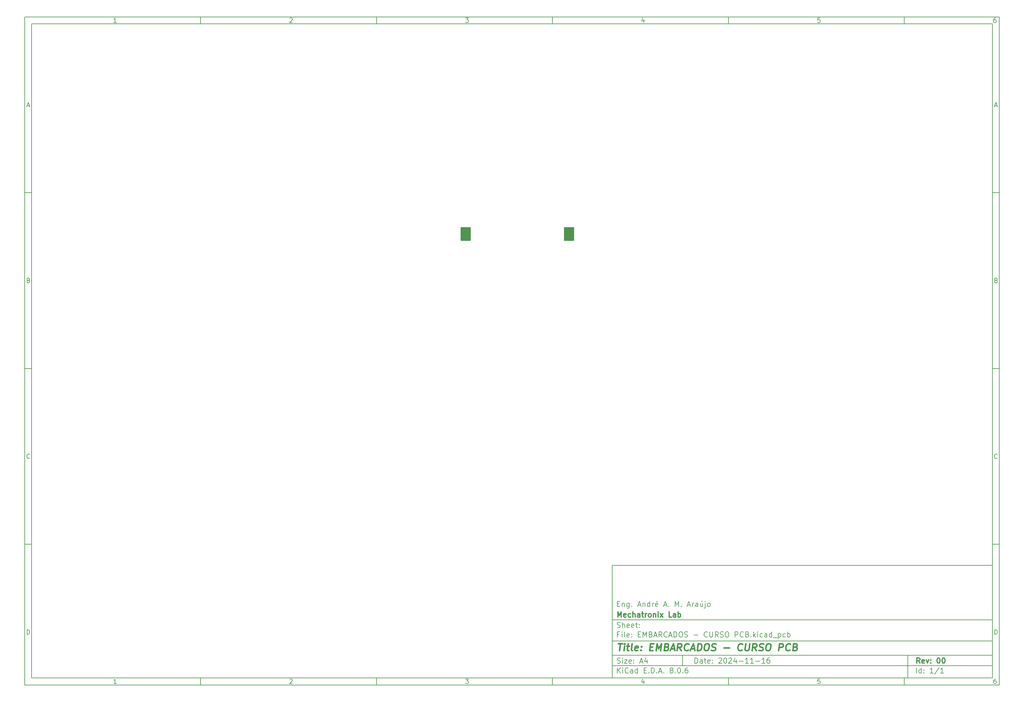
<source format=gbr>
%TF.GenerationSoftware,KiCad,Pcbnew,8.0.6*%
%TF.CreationDate,2024-11-30T17:01:25-03:00*%
%TF.ProjectId,EMBARCADOS - CURSO PCB,454d4241-5243-4414-944f-53202d204355,00*%
%TF.SameCoordinates,Original*%
%TF.FileFunction,Paste,Bot*%
%TF.FilePolarity,Positive*%
%FSLAX46Y46*%
G04 Gerber Fmt 4.6, Leading zero omitted, Abs format (unit mm)*
G04 Created by KiCad (PCBNEW 8.0.6) date 2024-11-30 17:01:25*
%MOMM*%
%LPD*%
G01*
G04 APERTURE LIST*
G04 Aperture macros list*
%AMRoundRect*
0 Rectangle with rounded corners*
0 $1 Rounding radius*
0 $2 $3 $4 $5 $6 $7 $8 $9 X,Y pos of 4 corners*
0 Add a 4 corners polygon primitive as box body*
4,1,4,$2,$3,$4,$5,$6,$7,$8,$9,$2,$3,0*
0 Add four circle primitives for the rounded corners*
1,1,$1+$1,$2,$3*
1,1,$1+$1,$4,$5*
1,1,$1+$1,$6,$7*
1,1,$1+$1,$8,$9*
0 Add four rect primitives between the rounded corners*
20,1,$1+$1,$2,$3,$4,$5,0*
20,1,$1+$1,$4,$5,$6,$7,0*
20,1,$1+$1,$6,$7,$8,$9,0*
20,1,$1+$1,$8,$9,$2,$3,0*%
G04 Aperture macros list end*
%ADD10C,0.100000*%
%ADD11C,0.150000*%
%ADD12C,0.300000*%
%ADD13C,0.400000*%
%ADD14RoundRect,0.241667X1.208333X1.708333X-1.208333X1.708333X-1.208333X-1.708333X1.208333X-1.708333X0*%
G04 APERTURE END LIST*
D10*
D11*
X177002200Y-166007200D02*
X285002200Y-166007200D01*
X285002200Y-198007200D01*
X177002200Y-198007200D01*
X177002200Y-166007200D01*
D10*
D11*
X10000000Y-10000000D02*
X287002200Y-10000000D01*
X287002200Y-200007200D01*
X10000000Y-200007200D01*
X10000000Y-10000000D01*
D10*
D11*
X12000000Y-12000000D02*
X285002200Y-12000000D01*
X285002200Y-198007200D01*
X12000000Y-198007200D01*
X12000000Y-12000000D01*
D10*
D11*
X60000000Y-12000000D02*
X60000000Y-10000000D01*
D10*
D11*
X110000000Y-12000000D02*
X110000000Y-10000000D01*
D10*
D11*
X160000000Y-12000000D02*
X160000000Y-10000000D01*
D10*
D11*
X210000000Y-12000000D02*
X210000000Y-10000000D01*
D10*
D11*
X260000000Y-12000000D02*
X260000000Y-10000000D01*
D10*
D11*
X36089160Y-11593604D02*
X35346303Y-11593604D01*
X35717731Y-11593604D02*
X35717731Y-10293604D01*
X35717731Y-10293604D02*
X35593922Y-10479319D01*
X35593922Y-10479319D02*
X35470112Y-10603128D01*
X35470112Y-10603128D02*
X35346303Y-10665033D01*
D10*
D11*
X85346303Y-10417414D02*
X85408207Y-10355509D01*
X85408207Y-10355509D02*
X85532017Y-10293604D01*
X85532017Y-10293604D02*
X85841541Y-10293604D01*
X85841541Y-10293604D02*
X85965350Y-10355509D01*
X85965350Y-10355509D02*
X86027255Y-10417414D01*
X86027255Y-10417414D02*
X86089160Y-10541223D01*
X86089160Y-10541223D02*
X86089160Y-10665033D01*
X86089160Y-10665033D02*
X86027255Y-10850747D01*
X86027255Y-10850747D02*
X85284398Y-11593604D01*
X85284398Y-11593604D02*
X86089160Y-11593604D01*
D10*
D11*
X135284398Y-10293604D02*
X136089160Y-10293604D01*
X136089160Y-10293604D02*
X135655826Y-10788842D01*
X135655826Y-10788842D02*
X135841541Y-10788842D01*
X135841541Y-10788842D02*
X135965350Y-10850747D01*
X135965350Y-10850747D02*
X136027255Y-10912652D01*
X136027255Y-10912652D02*
X136089160Y-11036461D01*
X136089160Y-11036461D02*
X136089160Y-11345985D01*
X136089160Y-11345985D02*
X136027255Y-11469795D01*
X136027255Y-11469795D02*
X135965350Y-11531700D01*
X135965350Y-11531700D02*
X135841541Y-11593604D01*
X135841541Y-11593604D02*
X135470112Y-11593604D01*
X135470112Y-11593604D02*
X135346303Y-11531700D01*
X135346303Y-11531700D02*
X135284398Y-11469795D01*
D10*
D11*
X185965350Y-10726938D02*
X185965350Y-11593604D01*
X185655826Y-10231700D02*
X185346303Y-11160271D01*
X185346303Y-11160271D02*
X186151064Y-11160271D01*
D10*
D11*
X236027255Y-10293604D02*
X235408207Y-10293604D01*
X235408207Y-10293604D02*
X235346303Y-10912652D01*
X235346303Y-10912652D02*
X235408207Y-10850747D01*
X235408207Y-10850747D02*
X235532017Y-10788842D01*
X235532017Y-10788842D02*
X235841541Y-10788842D01*
X235841541Y-10788842D02*
X235965350Y-10850747D01*
X235965350Y-10850747D02*
X236027255Y-10912652D01*
X236027255Y-10912652D02*
X236089160Y-11036461D01*
X236089160Y-11036461D02*
X236089160Y-11345985D01*
X236089160Y-11345985D02*
X236027255Y-11469795D01*
X236027255Y-11469795D02*
X235965350Y-11531700D01*
X235965350Y-11531700D02*
X235841541Y-11593604D01*
X235841541Y-11593604D02*
X235532017Y-11593604D01*
X235532017Y-11593604D02*
X235408207Y-11531700D01*
X235408207Y-11531700D02*
X235346303Y-11469795D01*
D10*
D11*
X285965350Y-10293604D02*
X285717731Y-10293604D01*
X285717731Y-10293604D02*
X285593922Y-10355509D01*
X285593922Y-10355509D02*
X285532017Y-10417414D01*
X285532017Y-10417414D02*
X285408207Y-10603128D01*
X285408207Y-10603128D02*
X285346303Y-10850747D01*
X285346303Y-10850747D02*
X285346303Y-11345985D01*
X285346303Y-11345985D02*
X285408207Y-11469795D01*
X285408207Y-11469795D02*
X285470112Y-11531700D01*
X285470112Y-11531700D02*
X285593922Y-11593604D01*
X285593922Y-11593604D02*
X285841541Y-11593604D01*
X285841541Y-11593604D02*
X285965350Y-11531700D01*
X285965350Y-11531700D02*
X286027255Y-11469795D01*
X286027255Y-11469795D02*
X286089160Y-11345985D01*
X286089160Y-11345985D02*
X286089160Y-11036461D01*
X286089160Y-11036461D02*
X286027255Y-10912652D01*
X286027255Y-10912652D02*
X285965350Y-10850747D01*
X285965350Y-10850747D02*
X285841541Y-10788842D01*
X285841541Y-10788842D02*
X285593922Y-10788842D01*
X285593922Y-10788842D02*
X285470112Y-10850747D01*
X285470112Y-10850747D02*
X285408207Y-10912652D01*
X285408207Y-10912652D02*
X285346303Y-11036461D01*
D10*
D11*
X60000000Y-198007200D02*
X60000000Y-200007200D01*
D10*
D11*
X110000000Y-198007200D02*
X110000000Y-200007200D01*
D10*
D11*
X160000000Y-198007200D02*
X160000000Y-200007200D01*
D10*
D11*
X210000000Y-198007200D02*
X210000000Y-200007200D01*
D10*
D11*
X260000000Y-198007200D02*
X260000000Y-200007200D01*
D10*
D11*
X36089160Y-199600804D02*
X35346303Y-199600804D01*
X35717731Y-199600804D02*
X35717731Y-198300804D01*
X35717731Y-198300804D02*
X35593922Y-198486519D01*
X35593922Y-198486519D02*
X35470112Y-198610328D01*
X35470112Y-198610328D02*
X35346303Y-198672233D01*
D10*
D11*
X85346303Y-198424614D02*
X85408207Y-198362709D01*
X85408207Y-198362709D02*
X85532017Y-198300804D01*
X85532017Y-198300804D02*
X85841541Y-198300804D01*
X85841541Y-198300804D02*
X85965350Y-198362709D01*
X85965350Y-198362709D02*
X86027255Y-198424614D01*
X86027255Y-198424614D02*
X86089160Y-198548423D01*
X86089160Y-198548423D02*
X86089160Y-198672233D01*
X86089160Y-198672233D02*
X86027255Y-198857947D01*
X86027255Y-198857947D02*
X85284398Y-199600804D01*
X85284398Y-199600804D02*
X86089160Y-199600804D01*
D10*
D11*
X135284398Y-198300804D02*
X136089160Y-198300804D01*
X136089160Y-198300804D02*
X135655826Y-198796042D01*
X135655826Y-198796042D02*
X135841541Y-198796042D01*
X135841541Y-198796042D02*
X135965350Y-198857947D01*
X135965350Y-198857947D02*
X136027255Y-198919852D01*
X136027255Y-198919852D02*
X136089160Y-199043661D01*
X136089160Y-199043661D02*
X136089160Y-199353185D01*
X136089160Y-199353185D02*
X136027255Y-199476995D01*
X136027255Y-199476995D02*
X135965350Y-199538900D01*
X135965350Y-199538900D02*
X135841541Y-199600804D01*
X135841541Y-199600804D02*
X135470112Y-199600804D01*
X135470112Y-199600804D02*
X135346303Y-199538900D01*
X135346303Y-199538900D02*
X135284398Y-199476995D01*
D10*
D11*
X185965350Y-198734138D02*
X185965350Y-199600804D01*
X185655826Y-198238900D02*
X185346303Y-199167471D01*
X185346303Y-199167471D02*
X186151064Y-199167471D01*
D10*
D11*
X236027255Y-198300804D02*
X235408207Y-198300804D01*
X235408207Y-198300804D02*
X235346303Y-198919852D01*
X235346303Y-198919852D02*
X235408207Y-198857947D01*
X235408207Y-198857947D02*
X235532017Y-198796042D01*
X235532017Y-198796042D02*
X235841541Y-198796042D01*
X235841541Y-198796042D02*
X235965350Y-198857947D01*
X235965350Y-198857947D02*
X236027255Y-198919852D01*
X236027255Y-198919852D02*
X236089160Y-199043661D01*
X236089160Y-199043661D02*
X236089160Y-199353185D01*
X236089160Y-199353185D02*
X236027255Y-199476995D01*
X236027255Y-199476995D02*
X235965350Y-199538900D01*
X235965350Y-199538900D02*
X235841541Y-199600804D01*
X235841541Y-199600804D02*
X235532017Y-199600804D01*
X235532017Y-199600804D02*
X235408207Y-199538900D01*
X235408207Y-199538900D02*
X235346303Y-199476995D01*
D10*
D11*
X285965350Y-198300804D02*
X285717731Y-198300804D01*
X285717731Y-198300804D02*
X285593922Y-198362709D01*
X285593922Y-198362709D02*
X285532017Y-198424614D01*
X285532017Y-198424614D02*
X285408207Y-198610328D01*
X285408207Y-198610328D02*
X285346303Y-198857947D01*
X285346303Y-198857947D02*
X285346303Y-199353185D01*
X285346303Y-199353185D02*
X285408207Y-199476995D01*
X285408207Y-199476995D02*
X285470112Y-199538900D01*
X285470112Y-199538900D02*
X285593922Y-199600804D01*
X285593922Y-199600804D02*
X285841541Y-199600804D01*
X285841541Y-199600804D02*
X285965350Y-199538900D01*
X285965350Y-199538900D02*
X286027255Y-199476995D01*
X286027255Y-199476995D02*
X286089160Y-199353185D01*
X286089160Y-199353185D02*
X286089160Y-199043661D01*
X286089160Y-199043661D02*
X286027255Y-198919852D01*
X286027255Y-198919852D02*
X285965350Y-198857947D01*
X285965350Y-198857947D02*
X285841541Y-198796042D01*
X285841541Y-198796042D02*
X285593922Y-198796042D01*
X285593922Y-198796042D02*
X285470112Y-198857947D01*
X285470112Y-198857947D02*
X285408207Y-198919852D01*
X285408207Y-198919852D02*
X285346303Y-199043661D01*
D10*
D11*
X10000000Y-60000000D02*
X12000000Y-60000000D01*
D10*
D11*
X10000000Y-110000000D02*
X12000000Y-110000000D01*
D10*
D11*
X10000000Y-160000000D02*
X12000000Y-160000000D01*
D10*
D11*
X10690476Y-35222176D02*
X11309523Y-35222176D01*
X10566666Y-35593604D02*
X10999999Y-34293604D01*
X10999999Y-34293604D02*
X11433333Y-35593604D01*
D10*
D11*
X11092857Y-84912652D02*
X11278571Y-84974557D01*
X11278571Y-84974557D02*
X11340476Y-85036461D01*
X11340476Y-85036461D02*
X11402380Y-85160271D01*
X11402380Y-85160271D02*
X11402380Y-85345985D01*
X11402380Y-85345985D02*
X11340476Y-85469795D01*
X11340476Y-85469795D02*
X11278571Y-85531700D01*
X11278571Y-85531700D02*
X11154761Y-85593604D01*
X11154761Y-85593604D02*
X10659523Y-85593604D01*
X10659523Y-85593604D02*
X10659523Y-84293604D01*
X10659523Y-84293604D02*
X11092857Y-84293604D01*
X11092857Y-84293604D02*
X11216666Y-84355509D01*
X11216666Y-84355509D02*
X11278571Y-84417414D01*
X11278571Y-84417414D02*
X11340476Y-84541223D01*
X11340476Y-84541223D02*
X11340476Y-84665033D01*
X11340476Y-84665033D02*
X11278571Y-84788842D01*
X11278571Y-84788842D02*
X11216666Y-84850747D01*
X11216666Y-84850747D02*
X11092857Y-84912652D01*
X11092857Y-84912652D02*
X10659523Y-84912652D01*
D10*
D11*
X11402380Y-135469795D02*
X11340476Y-135531700D01*
X11340476Y-135531700D02*
X11154761Y-135593604D01*
X11154761Y-135593604D02*
X11030952Y-135593604D01*
X11030952Y-135593604D02*
X10845238Y-135531700D01*
X10845238Y-135531700D02*
X10721428Y-135407890D01*
X10721428Y-135407890D02*
X10659523Y-135284080D01*
X10659523Y-135284080D02*
X10597619Y-135036461D01*
X10597619Y-135036461D02*
X10597619Y-134850747D01*
X10597619Y-134850747D02*
X10659523Y-134603128D01*
X10659523Y-134603128D02*
X10721428Y-134479319D01*
X10721428Y-134479319D02*
X10845238Y-134355509D01*
X10845238Y-134355509D02*
X11030952Y-134293604D01*
X11030952Y-134293604D02*
X11154761Y-134293604D01*
X11154761Y-134293604D02*
X11340476Y-134355509D01*
X11340476Y-134355509D02*
X11402380Y-134417414D01*
D10*
D11*
X10659523Y-185593604D02*
X10659523Y-184293604D01*
X10659523Y-184293604D02*
X10969047Y-184293604D01*
X10969047Y-184293604D02*
X11154761Y-184355509D01*
X11154761Y-184355509D02*
X11278571Y-184479319D01*
X11278571Y-184479319D02*
X11340476Y-184603128D01*
X11340476Y-184603128D02*
X11402380Y-184850747D01*
X11402380Y-184850747D02*
X11402380Y-185036461D01*
X11402380Y-185036461D02*
X11340476Y-185284080D01*
X11340476Y-185284080D02*
X11278571Y-185407890D01*
X11278571Y-185407890D02*
X11154761Y-185531700D01*
X11154761Y-185531700D02*
X10969047Y-185593604D01*
X10969047Y-185593604D02*
X10659523Y-185593604D01*
D10*
D11*
X287002200Y-60000000D02*
X285002200Y-60000000D01*
D10*
D11*
X287002200Y-110000000D02*
X285002200Y-110000000D01*
D10*
D11*
X287002200Y-160000000D02*
X285002200Y-160000000D01*
D10*
D11*
X285692676Y-35222176D02*
X286311723Y-35222176D01*
X285568866Y-35593604D02*
X286002199Y-34293604D01*
X286002199Y-34293604D02*
X286435533Y-35593604D01*
D10*
D11*
X286095057Y-84912652D02*
X286280771Y-84974557D01*
X286280771Y-84974557D02*
X286342676Y-85036461D01*
X286342676Y-85036461D02*
X286404580Y-85160271D01*
X286404580Y-85160271D02*
X286404580Y-85345985D01*
X286404580Y-85345985D02*
X286342676Y-85469795D01*
X286342676Y-85469795D02*
X286280771Y-85531700D01*
X286280771Y-85531700D02*
X286156961Y-85593604D01*
X286156961Y-85593604D02*
X285661723Y-85593604D01*
X285661723Y-85593604D02*
X285661723Y-84293604D01*
X285661723Y-84293604D02*
X286095057Y-84293604D01*
X286095057Y-84293604D02*
X286218866Y-84355509D01*
X286218866Y-84355509D02*
X286280771Y-84417414D01*
X286280771Y-84417414D02*
X286342676Y-84541223D01*
X286342676Y-84541223D02*
X286342676Y-84665033D01*
X286342676Y-84665033D02*
X286280771Y-84788842D01*
X286280771Y-84788842D02*
X286218866Y-84850747D01*
X286218866Y-84850747D02*
X286095057Y-84912652D01*
X286095057Y-84912652D02*
X285661723Y-84912652D01*
D10*
D11*
X286404580Y-135469795D02*
X286342676Y-135531700D01*
X286342676Y-135531700D02*
X286156961Y-135593604D01*
X286156961Y-135593604D02*
X286033152Y-135593604D01*
X286033152Y-135593604D02*
X285847438Y-135531700D01*
X285847438Y-135531700D02*
X285723628Y-135407890D01*
X285723628Y-135407890D02*
X285661723Y-135284080D01*
X285661723Y-135284080D02*
X285599819Y-135036461D01*
X285599819Y-135036461D02*
X285599819Y-134850747D01*
X285599819Y-134850747D02*
X285661723Y-134603128D01*
X285661723Y-134603128D02*
X285723628Y-134479319D01*
X285723628Y-134479319D02*
X285847438Y-134355509D01*
X285847438Y-134355509D02*
X286033152Y-134293604D01*
X286033152Y-134293604D02*
X286156961Y-134293604D01*
X286156961Y-134293604D02*
X286342676Y-134355509D01*
X286342676Y-134355509D02*
X286404580Y-134417414D01*
D10*
D11*
X285661723Y-185593604D02*
X285661723Y-184293604D01*
X285661723Y-184293604D02*
X285971247Y-184293604D01*
X285971247Y-184293604D02*
X286156961Y-184355509D01*
X286156961Y-184355509D02*
X286280771Y-184479319D01*
X286280771Y-184479319D02*
X286342676Y-184603128D01*
X286342676Y-184603128D02*
X286404580Y-184850747D01*
X286404580Y-184850747D02*
X286404580Y-185036461D01*
X286404580Y-185036461D02*
X286342676Y-185284080D01*
X286342676Y-185284080D02*
X286280771Y-185407890D01*
X286280771Y-185407890D02*
X286156961Y-185531700D01*
X286156961Y-185531700D02*
X285971247Y-185593604D01*
X285971247Y-185593604D02*
X285661723Y-185593604D01*
D10*
D11*
X200458026Y-193793328D02*
X200458026Y-192293328D01*
X200458026Y-192293328D02*
X200815169Y-192293328D01*
X200815169Y-192293328D02*
X201029455Y-192364757D01*
X201029455Y-192364757D02*
X201172312Y-192507614D01*
X201172312Y-192507614D02*
X201243741Y-192650471D01*
X201243741Y-192650471D02*
X201315169Y-192936185D01*
X201315169Y-192936185D02*
X201315169Y-193150471D01*
X201315169Y-193150471D02*
X201243741Y-193436185D01*
X201243741Y-193436185D02*
X201172312Y-193579042D01*
X201172312Y-193579042D02*
X201029455Y-193721900D01*
X201029455Y-193721900D02*
X200815169Y-193793328D01*
X200815169Y-193793328D02*
X200458026Y-193793328D01*
X202600884Y-193793328D02*
X202600884Y-193007614D01*
X202600884Y-193007614D02*
X202529455Y-192864757D01*
X202529455Y-192864757D02*
X202386598Y-192793328D01*
X202386598Y-192793328D02*
X202100884Y-192793328D01*
X202100884Y-192793328D02*
X201958026Y-192864757D01*
X202600884Y-193721900D02*
X202458026Y-193793328D01*
X202458026Y-193793328D02*
X202100884Y-193793328D01*
X202100884Y-193793328D02*
X201958026Y-193721900D01*
X201958026Y-193721900D02*
X201886598Y-193579042D01*
X201886598Y-193579042D02*
X201886598Y-193436185D01*
X201886598Y-193436185D02*
X201958026Y-193293328D01*
X201958026Y-193293328D02*
X202100884Y-193221900D01*
X202100884Y-193221900D02*
X202458026Y-193221900D01*
X202458026Y-193221900D02*
X202600884Y-193150471D01*
X203100884Y-192793328D02*
X203672312Y-192793328D01*
X203315169Y-192293328D02*
X203315169Y-193579042D01*
X203315169Y-193579042D02*
X203386598Y-193721900D01*
X203386598Y-193721900D02*
X203529455Y-193793328D01*
X203529455Y-193793328D02*
X203672312Y-193793328D01*
X204743741Y-193721900D02*
X204600884Y-193793328D01*
X204600884Y-193793328D02*
X204315170Y-193793328D01*
X204315170Y-193793328D02*
X204172312Y-193721900D01*
X204172312Y-193721900D02*
X204100884Y-193579042D01*
X204100884Y-193579042D02*
X204100884Y-193007614D01*
X204100884Y-193007614D02*
X204172312Y-192864757D01*
X204172312Y-192864757D02*
X204315170Y-192793328D01*
X204315170Y-192793328D02*
X204600884Y-192793328D01*
X204600884Y-192793328D02*
X204743741Y-192864757D01*
X204743741Y-192864757D02*
X204815170Y-193007614D01*
X204815170Y-193007614D02*
X204815170Y-193150471D01*
X204815170Y-193150471D02*
X204100884Y-193293328D01*
X205458026Y-193650471D02*
X205529455Y-193721900D01*
X205529455Y-193721900D02*
X205458026Y-193793328D01*
X205458026Y-193793328D02*
X205386598Y-193721900D01*
X205386598Y-193721900D02*
X205458026Y-193650471D01*
X205458026Y-193650471D02*
X205458026Y-193793328D01*
X205458026Y-192864757D02*
X205529455Y-192936185D01*
X205529455Y-192936185D02*
X205458026Y-193007614D01*
X205458026Y-193007614D02*
X205386598Y-192936185D01*
X205386598Y-192936185D02*
X205458026Y-192864757D01*
X205458026Y-192864757D02*
X205458026Y-193007614D01*
X207243741Y-192436185D02*
X207315169Y-192364757D01*
X207315169Y-192364757D02*
X207458027Y-192293328D01*
X207458027Y-192293328D02*
X207815169Y-192293328D01*
X207815169Y-192293328D02*
X207958027Y-192364757D01*
X207958027Y-192364757D02*
X208029455Y-192436185D01*
X208029455Y-192436185D02*
X208100884Y-192579042D01*
X208100884Y-192579042D02*
X208100884Y-192721900D01*
X208100884Y-192721900D02*
X208029455Y-192936185D01*
X208029455Y-192936185D02*
X207172312Y-193793328D01*
X207172312Y-193793328D02*
X208100884Y-193793328D01*
X209029455Y-192293328D02*
X209172312Y-192293328D01*
X209172312Y-192293328D02*
X209315169Y-192364757D01*
X209315169Y-192364757D02*
X209386598Y-192436185D01*
X209386598Y-192436185D02*
X209458026Y-192579042D01*
X209458026Y-192579042D02*
X209529455Y-192864757D01*
X209529455Y-192864757D02*
X209529455Y-193221900D01*
X209529455Y-193221900D02*
X209458026Y-193507614D01*
X209458026Y-193507614D02*
X209386598Y-193650471D01*
X209386598Y-193650471D02*
X209315169Y-193721900D01*
X209315169Y-193721900D02*
X209172312Y-193793328D01*
X209172312Y-193793328D02*
X209029455Y-193793328D01*
X209029455Y-193793328D02*
X208886598Y-193721900D01*
X208886598Y-193721900D02*
X208815169Y-193650471D01*
X208815169Y-193650471D02*
X208743740Y-193507614D01*
X208743740Y-193507614D02*
X208672312Y-193221900D01*
X208672312Y-193221900D02*
X208672312Y-192864757D01*
X208672312Y-192864757D02*
X208743740Y-192579042D01*
X208743740Y-192579042D02*
X208815169Y-192436185D01*
X208815169Y-192436185D02*
X208886598Y-192364757D01*
X208886598Y-192364757D02*
X209029455Y-192293328D01*
X210100883Y-192436185D02*
X210172311Y-192364757D01*
X210172311Y-192364757D02*
X210315169Y-192293328D01*
X210315169Y-192293328D02*
X210672311Y-192293328D01*
X210672311Y-192293328D02*
X210815169Y-192364757D01*
X210815169Y-192364757D02*
X210886597Y-192436185D01*
X210886597Y-192436185D02*
X210958026Y-192579042D01*
X210958026Y-192579042D02*
X210958026Y-192721900D01*
X210958026Y-192721900D02*
X210886597Y-192936185D01*
X210886597Y-192936185D02*
X210029454Y-193793328D01*
X210029454Y-193793328D02*
X210958026Y-193793328D01*
X212243740Y-192793328D02*
X212243740Y-193793328D01*
X211886597Y-192221900D02*
X211529454Y-193293328D01*
X211529454Y-193293328D02*
X212458025Y-193293328D01*
X213029453Y-193221900D02*
X214172311Y-193221900D01*
X215672311Y-193793328D02*
X214815168Y-193793328D01*
X215243739Y-193793328D02*
X215243739Y-192293328D01*
X215243739Y-192293328D02*
X215100882Y-192507614D01*
X215100882Y-192507614D02*
X214958025Y-192650471D01*
X214958025Y-192650471D02*
X214815168Y-192721900D01*
X217100882Y-193793328D02*
X216243739Y-193793328D01*
X216672310Y-193793328D02*
X216672310Y-192293328D01*
X216672310Y-192293328D02*
X216529453Y-192507614D01*
X216529453Y-192507614D02*
X216386596Y-192650471D01*
X216386596Y-192650471D02*
X216243739Y-192721900D01*
X217743738Y-193221900D02*
X218886596Y-193221900D01*
X220386596Y-193793328D02*
X219529453Y-193793328D01*
X219958024Y-193793328D02*
X219958024Y-192293328D01*
X219958024Y-192293328D02*
X219815167Y-192507614D01*
X219815167Y-192507614D02*
X219672310Y-192650471D01*
X219672310Y-192650471D02*
X219529453Y-192721900D01*
X221672310Y-192293328D02*
X221386595Y-192293328D01*
X221386595Y-192293328D02*
X221243738Y-192364757D01*
X221243738Y-192364757D02*
X221172310Y-192436185D01*
X221172310Y-192436185D02*
X221029452Y-192650471D01*
X221029452Y-192650471D02*
X220958024Y-192936185D01*
X220958024Y-192936185D02*
X220958024Y-193507614D01*
X220958024Y-193507614D02*
X221029452Y-193650471D01*
X221029452Y-193650471D02*
X221100881Y-193721900D01*
X221100881Y-193721900D02*
X221243738Y-193793328D01*
X221243738Y-193793328D02*
X221529452Y-193793328D01*
X221529452Y-193793328D02*
X221672310Y-193721900D01*
X221672310Y-193721900D02*
X221743738Y-193650471D01*
X221743738Y-193650471D02*
X221815167Y-193507614D01*
X221815167Y-193507614D02*
X221815167Y-193150471D01*
X221815167Y-193150471D02*
X221743738Y-193007614D01*
X221743738Y-193007614D02*
X221672310Y-192936185D01*
X221672310Y-192936185D02*
X221529452Y-192864757D01*
X221529452Y-192864757D02*
X221243738Y-192864757D01*
X221243738Y-192864757D02*
X221100881Y-192936185D01*
X221100881Y-192936185D02*
X221029452Y-193007614D01*
X221029452Y-193007614D02*
X220958024Y-193150471D01*
D10*
D11*
X177002200Y-194507200D02*
X285002200Y-194507200D01*
D10*
D11*
X178458026Y-196593328D02*
X178458026Y-195093328D01*
X179315169Y-196593328D02*
X178672312Y-195736185D01*
X179315169Y-195093328D02*
X178458026Y-195950471D01*
X179958026Y-196593328D02*
X179958026Y-195593328D01*
X179958026Y-195093328D02*
X179886598Y-195164757D01*
X179886598Y-195164757D02*
X179958026Y-195236185D01*
X179958026Y-195236185D02*
X180029455Y-195164757D01*
X180029455Y-195164757D02*
X179958026Y-195093328D01*
X179958026Y-195093328D02*
X179958026Y-195236185D01*
X181529455Y-196450471D02*
X181458027Y-196521900D01*
X181458027Y-196521900D02*
X181243741Y-196593328D01*
X181243741Y-196593328D02*
X181100884Y-196593328D01*
X181100884Y-196593328D02*
X180886598Y-196521900D01*
X180886598Y-196521900D02*
X180743741Y-196379042D01*
X180743741Y-196379042D02*
X180672312Y-196236185D01*
X180672312Y-196236185D02*
X180600884Y-195950471D01*
X180600884Y-195950471D02*
X180600884Y-195736185D01*
X180600884Y-195736185D02*
X180672312Y-195450471D01*
X180672312Y-195450471D02*
X180743741Y-195307614D01*
X180743741Y-195307614D02*
X180886598Y-195164757D01*
X180886598Y-195164757D02*
X181100884Y-195093328D01*
X181100884Y-195093328D02*
X181243741Y-195093328D01*
X181243741Y-195093328D02*
X181458027Y-195164757D01*
X181458027Y-195164757D02*
X181529455Y-195236185D01*
X182815170Y-196593328D02*
X182815170Y-195807614D01*
X182815170Y-195807614D02*
X182743741Y-195664757D01*
X182743741Y-195664757D02*
X182600884Y-195593328D01*
X182600884Y-195593328D02*
X182315170Y-195593328D01*
X182315170Y-195593328D02*
X182172312Y-195664757D01*
X182815170Y-196521900D02*
X182672312Y-196593328D01*
X182672312Y-196593328D02*
X182315170Y-196593328D01*
X182315170Y-196593328D02*
X182172312Y-196521900D01*
X182172312Y-196521900D02*
X182100884Y-196379042D01*
X182100884Y-196379042D02*
X182100884Y-196236185D01*
X182100884Y-196236185D02*
X182172312Y-196093328D01*
X182172312Y-196093328D02*
X182315170Y-196021900D01*
X182315170Y-196021900D02*
X182672312Y-196021900D01*
X182672312Y-196021900D02*
X182815170Y-195950471D01*
X184172313Y-196593328D02*
X184172313Y-195093328D01*
X184172313Y-196521900D02*
X184029455Y-196593328D01*
X184029455Y-196593328D02*
X183743741Y-196593328D01*
X183743741Y-196593328D02*
X183600884Y-196521900D01*
X183600884Y-196521900D02*
X183529455Y-196450471D01*
X183529455Y-196450471D02*
X183458027Y-196307614D01*
X183458027Y-196307614D02*
X183458027Y-195879042D01*
X183458027Y-195879042D02*
X183529455Y-195736185D01*
X183529455Y-195736185D02*
X183600884Y-195664757D01*
X183600884Y-195664757D02*
X183743741Y-195593328D01*
X183743741Y-195593328D02*
X184029455Y-195593328D01*
X184029455Y-195593328D02*
X184172313Y-195664757D01*
X186029455Y-195807614D02*
X186529455Y-195807614D01*
X186743741Y-196593328D02*
X186029455Y-196593328D01*
X186029455Y-196593328D02*
X186029455Y-195093328D01*
X186029455Y-195093328D02*
X186743741Y-195093328D01*
X187386598Y-196450471D02*
X187458027Y-196521900D01*
X187458027Y-196521900D02*
X187386598Y-196593328D01*
X187386598Y-196593328D02*
X187315170Y-196521900D01*
X187315170Y-196521900D02*
X187386598Y-196450471D01*
X187386598Y-196450471D02*
X187386598Y-196593328D01*
X188100884Y-196593328D02*
X188100884Y-195093328D01*
X188100884Y-195093328D02*
X188458027Y-195093328D01*
X188458027Y-195093328D02*
X188672313Y-195164757D01*
X188672313Y-195164757D02*
X188815170Y-195307614D01*
X188815170Y-195307614D02*
X188886599Y-195450471D01*
X188886599Y-195450471D02*
X188958027Y-195736185D01*
X188958027Y-195736185D02*
X188958027Y-195950471D01*
X188958027Y-195950471D02*
X188886599Y-196236185D01*
X188886599Y-196236185D02*
X188815170Y-196379042D01*
X188815170Y-196379042D02*
X188672313Y-196521900D01*
X188672313Y-196521900D02*
X188458027Y-196593328D01*
X188458027Y-196593328D02*
X188100884Y-196593328D01*
X189600884Y-196450471D02*
X189672313Y-196521900D01*
X189672313Y-196521900D02*
X189600884Y-196593328D01*
X189600884Y-196593328D02*
X189529456Y-196521900D01*
X189529456Y-196521900D02*
X189600884Y-196450471D01*
X189600884Y-196450471D02*
X189600884Y-196593328D01*
X190243742Y-196164757D02*
X190958028Y-196164757D01*
X190100885Y-196593328D02*
X190600885Y-195093328D01*
X190600885Y-195093328D02*
X191100885Y-196593328D01*
X191600884Y-196450471D02*
X191672313Y-196521900D01*
X191672313Y-196521900D02*
X191600884Y-196593328D01*
X191600884Y-196593328D02*
X191529456Y-196521900D01*
X191529456Y-196521900D02*
X191600884Y-196450471D01*
X191600884Y-196450471D02*
X191600884Y-196593328D01*
X193672313Y-195736185D02*
X193529456Y-195664757D01*
X193529456Y-195664757D02*
X193458027Y-195593328D01*
X193458027Y-195593328D02*
X193386599Y-195450471D01*
X193386599Y-195450471D02*
X193386599Y-195379042D01*
X193386599Y-195379042D02*
X193458027Y-195236185D01*
X193458027Y-195236185D02*
X193529456Y-195164757D01*
X193529456Y-195164757D02*
X193672313Y-195093328D01*
X193672313Y-195093328D02*
X193958027Y-195093328D01*
X193958027Y-195093328D02*
X194100885Y-195164757D01*
X194100885Y-195164757D02*
X194172313Y-195236185D01*
X194172313Y-195236185D02*
X194243742Y-195379042D01*
X194243742Y-195379042D02*
X194243742Y-195450471D01*
X194243742Y-195450471D02*
X194172313Y-195593328D01*
X194172313Y-195593328D02*
X194100885Y-195664757D01*
X194100885Y-195664757D02*
X193958027Y-195736185D01*
X193958027Y-195736185D02*
X193672313Y-195736185D01*
X193672313Y-195736185D02*
X193529456Y-195807614D01*
X193529456Y-195807614D02*
X193458027Y-195879042D01*
X193458027Y-195879042D02*
X193386599Y-196021900D01*
X193386599Y-196021900D02*
X193386599Y-196307614D01*
X193386599Y-196307614D02*
X193458027Y-196450471D01*
X193458027Y-196450471D02*
X193529456Y-196521900D01*
X193529456Y-196521900D02*
X193672313Y-196593328D01*
X193672313Y-196593328D02*
X193958027Y-196593328D01*
X193958027Y-196593328D02*
X194100885Y-196521900D01*
X194100885Y-196521900D02*
X194172313Y-196450471D01*
X194172313Y-196450471D02*
X194243742Y-196307614D01*
X194243742Y-196307614D02*
X194243742Y-196021900D01*
X194243742Y-196021900D02*
X194172313Y-195879042D01*
X194172313Y-195879042D02*
X194100885Y-195807614D01*
X194100885Y-195807614D02*
X193958027Y-195736185D01*
X194886598Y-196450471D02*
X194958027Y-196521900D01*
X194958027Y-196521900D02*
X194886598Y-196593328D01*
X194886598Y-196593328D02*
X194815170Y-196521900D01*
X194815170Y-196521900D02*
X194886598Y-196450471D01*
X194886598Y-196450471D02*
X194886598Y-196593328D01*
X195886599Y-195093328D02*
X196029456Y-195093328D01*
X196029456Y-195093328D02*
X196172313Y-195164757D01*
X196172313Y-195164757D02*
X196243742Y-195236185D01*
X196243742Y-195236185D02*
X196315170Y-195379042D01*
X196315170Y-195379042D02*
X196386599Y-195664757D01*
X196386599Y-195664757D02*
X196386599Y-196021900D01*
X196386599Y-196021900D02*
X196315170Y-196307614D01*
X196315170Y-196307614D02*
X196243742Y-196450471D01*
X196243742Y-196450471D02*
X196172313Y-196521900D01*
X196172313Y-196521900D02*
X196029456Y-196593328D01*
X196029456Y-196593328D02*
X195886599Y-196593328D01*
X195886599Y-196593328D02*
X195743742Y-196521900D01*
X195743742Y-196521900D02*
X195672313Y-196450471D01*
X195672313Y-196450471D02*
X195600884Y-196307614D01*
X195600884Y-196307614D02*
X195529456Y-196021900D01*
X195529456Y-196021900D02*
X195529456Y-195664757D01*
X195529456Y-195664757D02*
X195600884Y-195379042D01*
X195600884Y-195379042D02*
X195672313Y-195236185D01*
X195672313Y-195236185D02*
X195743742Y-195164757D01*
X195743742Y-195164757D02*
X195886599Y-195093328D01*
X197029455Y-196450471D02*
X197100884Y-196521900D01*
X197100884Y-196521900D02*
X197029455Y-196593328D01*
X197029455Y-196593328D02*
X196958027Y-196521900D01*
X196958027Y-196521900D02*
X197029455Y-196450471D01*
X197029455Y-196450471D02*
X197029455Y-196593328D01*
X198386599Y-195093328D02*
X198100884Y-195093328D01*
X198100884Y-195093328D02*
X197958027Y-195164757D01*
X197958027Y-195164757D02*
X197886599Y-195236185D01*
X197886599Y-195236185D02*
X197743741Y-195450471D01*
X197743741Y-195450471D02*
X197672313Y-195736185D01*
X197672313Y-195736185D02*
X197672313Y-196307614D01*
X197672313Y-196307614D02*
X197743741Y-196450471D01*
X197743741Y-196450471D02*
X197815170Y-196521900D01*
X197815170Y-196521900D02*
X197958027Y-196593328D01*
X197958027Y-196593328D02*
X198243741Y-196593328D01*
X198243741Y-196593328D02*
X198386599Y-196521900D01*
X198386599Y-196521900D02*
X198458027Y-196450471D01*
X198458027Y-196450471D02*
X198529456Y-196307614D01*
X198529456Y-196307614D02*
X198529456Y-195950471D01*
X198529456Y-195950471D02*
X198458027Y-195807614D01*
X198458027Y-195807614D02*
X198386599Y-195736185D01*
X198386599Y-195736185D02*
X198243741Y-195664757D01*
X198243741Y-195664757D02*
X197958027Y-195664757D01*
X197958027Y-195664757D02*
X197815170Y-195736185D01*
X197815170Y-195736185D02*
X197743741Y-195807614D01*
X197743741Y-195807614D02*
X197672313Y-195950471D01*
D10*
D11*
X177002200Y-191507200D02*
X285002200Y-191507200D01*
D10*
D12*
X264413853Y-193785528D02*
X263913853Y-193071242D01*
X263556710Y-193785528D02*
X263556710Y-192285528D01*
X263556710Y-192285528D02*
X264128139Y-192285528D01*
X264128139Y-192285528D02*
X264270996Y-192356957D01*
X264270996Y-192356957D02*
X264342425Y-192428385D01*
X264342425Y-192428385D02*
X264413853Y-192571242D01*
X264413853Y-192571242D02*
X264413853Y-192785528D01*
X264413853Y-192785528D02*
X264342425Y-192928385D01*
X264342425Y-192928385D02*
X264270996Y-192999814D01*
X264270996Y-192999814D02*
X264128139Y-193071242D01*
X264128139Y-193071242D02*
X263556710Y-193071242D01*
X265628139Y-193714100D02*
X265485282Y-193785528D01*
X265485282Y-193785528D02*
X265199568Y-193785528D01*
X265199568Y-193785528D02*
X265056710Y-193714100D01*
X265056710Y-193714100D02*
X264985282Y-193571242D01*
X264985282Y-193571242D02*
X264985282Y-192999814D01*
X264985282Y-192999814D02*
X265056710Y-192856957D01*
X265056710Y-192856957D02*
X265199568Y-192785528D01*
X265199568Y-192785528D02*
X265485282Y-192785528D01*
X265485282Y-192785528D02*
X265628139Y-192856957D01*
X265628139Y-192856957D02*
X265699568Y-192999814D01*
X265699568Y-192999814D02*
X265699568Y-193142671D01*
X265699568Y-193142671D02*
X264985282Y-193285528D01*
X266199567Y-192785528D02*
X266556710Y-193785528D01*
X266556710Y-193785528D02*
X266913853Y-192785528D01*
X267485281Y-193642671D02*
X267556710Y-193714100D01*
X267556710Y-193714100D02*
X267485281Y-193785528D01*
X267485281Y-193785528D02*
X267413853Y-193714100D01*
X267413853Y-193714100D02*
X267485281Y-193642671D01*
X267485281Y-193642671D02*
X267485281Y-193785528D01*
X267485281Y-192856957D02*
X267556710Y-192928385D01*
X267556710Y-192928385D02*
X267485281Y-192999814D01*
X267485281Y-192999814D02*
X267413853Y-192928385D01*
X267413853Y-192928385D02*
X267485281Y-192856957D01*
X267485281Y-192856957D02*
X267485281Y-192999814D01*
X269628139Y-192285528D02*
X269770996Y-192285528D01*
X269770996Y-192285528D02*
X269913853Y-192356957D01*
X269913853Y-192356957D02*
X269985282Y-192428385D01*
X269985282Y-192428385D02*
X270056710Y-192571242D01*
X270056710Y-192571242D02*
X270128139Y-192856957D01*
X270128139Y-192856957D02*
X270128139Y-193214100D01*
X270128139Y-193214100D02*
X270056710Y-193499814D01*
X270056710Y-193499814D02*
X269985282Y-193642671D01*
X269985282Y-193642671D02*
X269913853Y-193714100D01*
X269913853Y-193714100D02*
X269770996Y-193785528D01*
X269770996Y-193785528D02*
X269628139Y-193785528D01*
X269628139Y-193785528D02*
X269485282Y-193714100D01*
X269485282Y-193714100D02*
X269413853Y-193642671D01*
X269413853Y-193642671D02*
X269342424Y-193499814D01*
X269342424Y-193499814D02*
X269270996Y-193214100D01*
X269270996Y-193214100D02*
X269270996Y-192856957D01*
X269270996Y-192856957D02*
X269342424Y-192571242D01*
X269342424Y-192571242D02*
X269413853Y-192428385D01*
X269413853Y-192428385D02*
X269485282Y-192356957D01*
X269485282Y-192356957D02*
X269628139Y-192285528D01*
X271056710Y-192285528D02*
X271199567Y-192285528D01*
X271199567Y-192285528D02*
X271342424Y-192356957D01*
X271342424Y-192356957D02*
X271413853Y-192428385D01*
X271413853Y-192428385D02*
X271485281Y-192571242D01*
X271485281Y-192571242D02*
X271556710Y-192856957D01*
X271556710Y-192856957D02*
X271556710Y-193214100D01*
X271556710Y-193214100D02*
X271485281Y-193499814D01*
X271485281Y-193499814D02*
X271413853Y-193642671D01*
X271413853Y-193642671D02*
X271342424Y-193714100D01*
X271342424Y-193714100D02*
X271199567Y-193785528D01*
X271199567Y-193785528D02*
X271056710Y-193785528D01*
X271056710Y-193785528D02*
X270913853Y-193714100D01*
X270913853Y-193714100D02*
X270842424Y-193642671D01*
X270842424Y-193642671D02*
X270770995Y-193499814D01*
X270770995Y-193499814D02*
X270699567Y-193214100D01*
X270699567Y-193214100D02*
X270699567Y-192856957D01*
X270699567Y-192856957D02*
X270770995Y-192571242D01*
X270770995Y-192571242D02*
X270842424Y-192428385D01*
X270842424Y-192428385D02*
X270913853Y-192356957D01*
X270913853Y-192356957D02*
X271056710Y-192285528D01*
D10*
D11*
X178386598Y-193721900D02*
X178600884Y-193793328D01*
X178600884Y-193793328D02*
X178958026Y-193793328D01*
X178958026Y-193793328D02*
X179100884Y-193721900D01*
X179100884Y-193721900D02*
X179172312Y-193650471D01*
X179172312Y-193650471D02*
X179243741Y-193507614D01*
X179243741Y-193507614D02*
X179243741Y-193364757D01*
X179243741Y-193364757D02*
X179172312Y-193221900D01*
X179172312Y-193221900D02*
X179100884Y-193150471D01*
X179100884Y-193150471D02*
X178958026Y-193079042D01*
X178958026Y-193079042D02*
X178672312Y-193007614D01*
X178672312Y-193007614D02*
X178529455Y-192936185D01*
X178529455Y-192936185D02*
X178458026Y-192864757D01*
X178458026Y-192864757D02*
X178386598Y-192721900D01*
X178386598Y-192721900D02*
X178386598Y-192579042D01*
X178386598Y-192579042D02*
X178458026Y-192436185D01*
X178458026Y-192436185D02*
X178529455Y-192364757D01*
X178529455Y-192364757D02*
X178672312Y-192293328D01*
X178672312Y-192293328D02*
X179029455Y-192293328D01*
X179029455Y-192293328D02*
X179243741Y-192364757D01*
X179886597Y-193793328D02*
X179886597Y-192793328D01*
X179886597Y-192293328D02*
X179815169Y-192364757D01*
X179815169Y-192364757D02*
X179886597Y-192436185D01*
X179886597Y-192436185D02*
X179958026Y-192364757D01*
X179958026Y-192364757D02*
X179886597Y-192293328D01*
X179886597Y-192293328D02*
X179886597Y-192436185D01*
X180458026Y-192793328D02*
X181243741Y-192793328D01*
X181243741Y-192793328D02*
X180458026Y-193793328D01*
X180458026Y-193793328D02*
X181243741Y-193793328D01*
X182386598Y-193721900D02*
X182243741Y-193793328D01*
X182243741Y-193793328D02*
X181958027Y-193793328D01*
X181958027Y-193793328D02*
X181815169Y-193721900D01*
X181815169Y-193721900D02*
X181743741Y-193579042D01*
X181743741Y-193579042D02*
X181743741Y-193007614D01*
X181743741Y-193007614D02*
X181815169Y-192864757D01*
X181815169Y-192864757D02*
X181958027Y-192793328D01*
X181958027Y-192793328D02*
X182243741Y-192793328D01*
X182243741Y-192793328D02*
X182386598Y-192864757D01*
X182386598Y-192864757D02*
X182458027Y-193007614D01*
X182458027Y-193007614D02*
X182458027Y-193150471D01*
X182458027Y-193150471D02*
X181743741Y-193293328D01*
X183100883Y-193650471D02*
X183172312Y-193721900D01*
X183172312Y-193721900D02*
X183100883Y-193793328D01*
X183100883Y-193793328D02*
X183029455Y-193721900D01*
X183029455Y-193721900D02*
X183100883Y-193650471D01*
X183100883Y-193650471D02*
X183100883Y-193793328D01*
X183100883Y-192864757D02*
X183172312Y-192936185D01*
X183172312Y-192936185D02*
X183100883Y-193007614D01*
X183100883Y-193007614D02*
X183029455Y-192936185D01*
X183029455Y-192936185D02*
X183100883Y-192864757D01*
X183100883Y-192864757D02*
X183100883Y-193007614D01*
X184886598Y-193364757D02*
X185600884Y-193364757D01*
X184743741Y-193793328D02*
X185243741Y-192293328D01*
X185243741Y-192293328D02*
X185743741Y-193793328D01*
X186886598Y-192793328D02*
X186886598Y-193793328D01*
X186529455Y-192221900D02*
X186172312Y-193293328D01*
X186172312Y-193293328D02*
X187100883Y-193293328D01*
D10*
D11*
X263458026Y-196593328D02*
X263458026Y-195093328D01*
X264815170Y-196593328D02*
X264815170Y-195093328D01*
X264815170Y-196521900D02*
X264672312Y-196593328D01*
X264672312Y-196593328D02*
X264386598Y-196593328D01*
X264386598Y-196593328D02*
X264243741Y-196521900D01*
X264243741Y-196521900D02*
X264172312Y-196450471D01*
X264172312Y-196450471D02*
X264100884Y-196307614D01*
X264100884Y-196307614D02*
X264100884Y-195879042D01*
X264100884Y-195879042D02*
X264172312Y-195736185D01*
X264172312Y-195736185D02*
X264243741Y-195664757D01*
X264243741Y-195664757D02*
X264386598Y-195593328D01*
X264386598Y-195593328D02*
X264672312Y-195593328D01*
X264672312Y-195593328D02*
X264815170Y-195664757D01*
X265529455Y-196450471D02*
X265600884Y-196521900D01*
X265600884Y-196521900D02*
X265529455Y-196593328D01*
X265529455Y-196593328D02*
X265458027Y-196521900D01*
X265458027Y-196521900D02*
X265529455Y-196450471D01*
X265529455Y-196450471D02*
X265529455Y-196593328D01*
X265529455Y-195664757D02*
X265600884Y-195736185D01*
X265600884Y-195736185D02*
X265529455Y-195807614D01*
X265529455Y-195807614D02*
X265458027Y-195736185D01*
X265458027Y-195736185D02*
X265529455Y-195664757D01*
X265529455Y-195664757D02*
X265529455Y-195807614D01*
X268172313Y-196593328D02*
X267315170Y-196593328D01*
X267743741Y-196593328D02*
X267743741Y-195093328D01*
X267743741Y-195093328D02*
X267600884Y-195307614D01*
X267600884Y-195307614D02*
X267458027Y-195450471D01*
X267458027Y-195450471D02*
X267315170Y-195521900D01*
X269886598Y-195021900D02*
X268600884Y-196950471D01*
X271172313Y-196593328D02*
X270315170Y-196593328D01*
X270743741Y-196593328D02*
X270743741Y-195093328D01*
X270743741Y-195093328D02*
X270600884Y-195307614D01*
X270600884Y-195307614D02*
X270458027Y-195450471D01*
X270458027Y-195450471D02*
X270315170Y-195521900D01*
D10*
D11*
X177002200Y-187507200D02*
X285002200Y-187507200D01*
D10*
D13*
X178693928Y-188211638D02*
X179836785Y-188211638D01*
X179015357Y-190211638D02*
X179265357Y-188211638D01*
X180253452Y-190211638D02*
X180420119Y-188878304D01*
X180503452Y-188211638D02*
X180396309Y-188306876D01*
X180396309Y-188306876D02*
X180479643Y-188402114D01*
X180479643Y-188402114D02*
X180586786Y-188306876D01*
X180586786Y-188306876D02*
X180503452Y-188211638D01*
X180503452Y-188211638D02*
X180479643Y-188402114D01*
X181086786Y-188878304D02*
X181848690Y-188878304D01*
X181455833Y-188211638D02*
X181241548Y-189925923D01*
X181241548Y-189925923D02*
X181312976Y-190116400D01*
X181312976Y-190116400D02*
X181491548Y-190211638D01*
X181491548Y-190211638D02*
X181682024Y-190211638D01*
X182634405Y-190211638D02*
X182455833Y-190116400D01*
X182455833Y-190116400D02*
X182384405Y-189925923D01*
X182384405Y-189925923D02*
X182598690Y-188211638D01*
X184170119Y-190116400D02*
X183967738Y-190211638D01*
X183967738Y-190211638D02*
X183586785Y-190211638D01*
X183586785Y-190211638D02*
X183408214Y-190116400D01*
X183408214Y-190116400D02*
X183336785Y-189925923D01*
X183336785Y-189925923D02*
X183432024Y-189164019D01*
X183432024Y-189164019D02*
X183551071Y-188973542D01*
X183551071Y-188973542D02*
X183753452Y-188878304D01*
X183753452Y-188878304D02*
X184134404Y-188878304D01*
X184134404Y-188878304D02*
X184312976Y-188973542D01*
X184312976Y-188973542D02*
X184384404Y-189164019D01*
X184384404Y-189164019D02*
X184360595Y-189354495D01*
X184360595Y-189354495D02*
X183384404Y-189544971D01*
X185134405Y-190021161D02*
X185217738Y-190116400D01*
X185217738Y-190116400D02*
X185110595Y-190211638D01*
X185110595Y-190211638D02*
X185027262Y-190116400D01*
X185027262Y-190116400D02*
X185134405Y-190021161D01*
X185134405Y-190021161D02*
X185110595Y-190211638D01*
X185265357Y-188973542D02*
X185348690Y-189068780D01*
X185348690Y-189068780D02*
X185241548Y-189164019D01*
X185241548Y-189164019D02*
X185158214Y-189068780D01*
X185158214Y-189068780D02*
X185265357Y-188973542D01*
X185265357Y-188973542D02*
X185241548Y-189164019D01*
X187717739Y-189164019D02*
X188384405Y-189164019D01*
X188539167Y-190211638D02*
X187586786Y-190211638D01*
X187586786Y-190211638D02*
X187836786Y-188211638D01*
X187836786Y-188211638D02*
X188789167Y-188211638D01*
X189396310Y-190211638D02*
X189646310Y-188211638D01*
X189646310Y-188211638D02*
X190134405Y-189640209D01*
X190134405Y-189640209D02*
X190979644Y-188211638D01*
X190979644Y-188211638D02*
X190729644Y-190211638D01*
X192479643Y-189164019D02*
X192753453Y-189259257D01*
X192753453Y-189259257D02*
X192836786Y-189354495D01*
X192836786Y-189354495D02*
X192908215Y-189544971D01*
X192908215Y-189544971D02*
X192872500Y-189830685D01*
X192872500Y-189830685D02*
X192753453Y-190021161D01*
X192753453Y-190021161D02*
X192646310Y-190116400D01*
X192646310Y-190116400D02*
X192443929Y-190211638D01*
X192443929Y-190211638D02*
X191682024Y-190211638D01*
X191682024Y-190211638D02*
X191932024Y-188211638D01*
X191932024Y-188211638D02*
X192598691Y-188211638D01*
X192598691Y-188211638D02*
X192777262Y-188306876D01*
X192777262Y-188306876D02*
X192860596Y-188402114D01*
X192860596Y-188402114D02*
X192932024Y-188592590D01*
X192932024Y-188592590D02*
X192908215Y-188783066D01*
X192908215Y-188783066D02*
X192789167Y-188973542D01*
X192789167Y-188973542D02*
X192682024Y-189068780D01*
X192682024Y-189068780D02*
X192479643Y-189164019D01*
X192479643Y-189164019D02*
X191812977Y-189164019D01*
X193658215Y-189640209D02*
X194610596Y-189640209D01*
X193396310Y-190211638D02*
X194312977Y-188211638D01*
X194312977Y-188211638D02*
X194729643Y-190211638D01*
X196539167Y-190211638D02*
X195991548Y-189259257D01*
X195396310Y-190211638D02*
X195646310Y-188211638D01*
X195646310Y-188211638D02*
X196408215Y-188211638D01*
X196408215Y-188211638D02*
X196586786Y-188306876D01*
X196586786Y-188306876D02*
X196670120Y-188402114D01*
X196670120Y-188402114D02*
X196741548Y-188592590D01*
X196741548Y-188592590D02*
X196705834Y-188878304D01*
X196705834Y-188878304D02*
X196586786Y-189068780D01*
X196586786Y-189068780D02*
X196479644Y-189164019D01*
X196479644Y-189164019D02*
X196277263Y-189259257D01*
X196277263Y-189259257D02*
X195515358Y-189259257D01*
X198562977Y-190021161D02*
X198455834Y-190116400D01*
X198455834Y-190116400D02*
X198158215Y-190211638D01*
X198158215Y-190211638D02*
X197967739Y-190211638D01*
X197967739Y-190211638D02*
X197693929Y-190116400D01*
X197693929Y-190116400D02*
X197527263Y-189925923D01*
X197527263Y-189925923D02*
X197455834Y-189735447D01*
X197455834Y-189735447D02*
X197408215Y-189354495D01*
X197408215Y-189354495D02*
X197443929Y-189068780D01*
X197443929Y-189068780D02*
X197586786Y-188687828D01*
X197586786Y-188687828D02*
X197705834Y-188497352D01*
X197705834Y-188497352D02*
X197920120Y-188306876D01*
X197920120Y-188306876D02*
X198217739Y-188211638D01*
X198217739Y-188211638D02*
X198408215Y-188211638D01*
X198408215Y-188211638D02*
X198682025Y-188306876D01*
X198682025Y-188306876D02*
X198765358Y-188402114D01*
X199372501Y-189640209D02*
X200324882Y-189640209D01*
X199110596Y-190211638D02*
X200027263Y-188211638D01*
X200027263Y-188211638D02*
X200443929Y-190211638D01*
X201110596Y-190211638D02*
X201360596Y-188211638D01*
X201360596Y-188211638D02*
X201836787Y-188211638D01*
X201836787Y-188211638D02*
X202110596Y-188306876D01*
X202110596Y-188306876D02*
X202277263Y-188497352D01*
X202277263Y-188497352D02*
X202348691Y-188687828D01*
X202348691Y-188687828D02*
X202396311Y-189068780D01*
X202396311Y-189068780D02*
X202360596Y-189354495D01*
X202360596Y-189354495D02*
X202217739Y-189735447D01*
X202217739Y-189735447D02*
X202098691Y-189925923D01*
X202098691Y-189925923D02*
X201884406Y-190116400D01*
X201884406Y-190116400D02*
X201586787Y-190211638D01*
X201586787Y-190211638D02*
X201110596Y-190211638D01*
X203741549Y-188211638D02*
X204122501Y-188211638D01*
X204122501Y-188211638D02*
X204301072Y-188306876D01*
X204301072Y-188306876D02*
X204467739Y-188497352D01*
X204467739Y-188497352D02*
X204515358Y-188878304D01*
X204515358Y-188878304D02*
X204432025Y-189544971D01*
X204432025Y-189544971D02*
X204289168Y-189925923D01*
X204289168Y-189925923D02*
X204074882Y-190116400D01*
X204074882Y-190116400D02*
X203872501Y-190211638D01*
X203872501Y-190211638D02*
X203491549Y-190211638D01*
X203491549Y-190211638D02*
X203312977Y-190116400D01*
X203312977Y-190116400D02*
X203146311Y-189925923D01*
X203146311Y-189925923D02*
X203098691Y-189544971D01*
X203098691Y-189544971D02*
X203182025Y-188878304D01*
X203182025Y-188878304D02*
X203324882Y-188497352D01*
X203324882Y-188497352D02*
X203539168Y-188306876D01*
X203539168Y-188306876D02*
X203741549Y-188211638D01*
X205122501Y-190116400D02*
X205396310Y-190211638D01*
X205396310Y-190211638D02*
X205872501Y-190211638D01*
X205872501Y-190211638D02*
X206074882Y-190116400D01*
X206074882Y-190116400D02*
X206182025Y-190021161D01*
X206182025Y-190021161D02*
X206301072Y-189830685D01*
X206301072Y-189830685D02*
X206324882Y-189640209D01*
X206324882Y-189640209D02*
X206253453Y-189449733D01*
X206253453Y-189449733D02*
X206170120Y-189354495D01*
X206170120Y-189354495D02*
X205991549Y-189259257D01*
X205991549Y-189259257D02*
X205622501Y-189164019D01*
X205622501Y-189164019D02*
X205443929Y-189068780D01*
X205443929Y-189068780D02*
X205360596Y-188973542D01*
X205360596Y-188973542D02*
X205289168Y-188783066D01*
X205289168Y-188783066D02*
X205312977Y-188592590D01*
X205312977Y-188592590D02*
X205432025Y-188402114D01*
X205432025Y-188402114D02*
X205539168Y-188306876D01*
X205539168Y-188306876D02*
X205741549Y-188211638D01*
X205741549Y-188211638D02*
X206217739Y-188211638D01*
X206217739Y-188211638D02*
X206491549Y-188306876D01*
X208729644Y-189449733D02*
X210253454Y-189449733D01*
X213801073Y-190021161D02*
X213693930Y-190116400D01*
X213693930Y-190116400D02*
X213396311Y-190211638D01*
X213396311Y-190211638D02*
X213205835Y-190211638D01*
X213205835Y-190211638D02*
X212932025Y-190116400D01*
X212932025Y-190116400D02*
X212765359Y-189925923D01*
X212765359Y-189925923D02*
X212693930Y-189735447D01*
X212693930Y-189735447D02*
X212646311Y-189354495D01*
X212646311Y-189354495D02*
X212682025Y-189068780D01*
X212682025Y-189068780D02*
X212824882Y-188687828D01*
X212824882Y-188687828D02*
X212943930Y-188497352D01*
X212943930Y-188497352D02*
X213158216Y-188306876D01*
X213158216Y-188306876D02*
X213455835Y-188211638D01*
X213455835Y-188211638D02*
X213646311Y-188211638D01*
X213646311Y-188211638D02*
X213920121Y-188306876D01*
X213920121Y-188306876D02*
X214003454Y-188402114D01*
X214884406Y-188211638D02*
X214682025Y-189830685D01*
X214682025Y-189830685D02*
X214753454Y-190021161D01*
X214753454Y-190021161D02*
X214836787Y-190116400D01*
X214836787Y-190116400D02*
X215015359Y-190211638D01*
X215015359Y-190211638D02*
X215396311Y-190211638D01*
X215396311Y-190211638D02*
X215598692Y-190116400D01*
X215598692Y-190116400D02*
X215705835Y-190021161D01*
X215705835Y-190021161D02*
X215824882Y-189830685D01*
X215824882Y-189830685D02*
X216027263Y-188211638D01*
X217872501Y-190211638D02*
X217324882Y-189259257D01*
X216729644Y-190211638D02*
X216979644Y-188211638D01*
X216979644Y-188211638D02*
X217741549Y-188211638D01*
X217741549Y-188211638D02*
X217920120Y-188306876D01*
X217920120Y-188306876D02*
X218003454Y-188402114D01*
X218003454Y-188402114D02*
X218074882Y-188592590D01*
X218074882Y-188592590D02*
X218039168Y-188878304D01*
X218039168Y-188878304D02*
X217920120Y-189068780D01*
X217920120Y-189068780D02*
X217812978Y-189164019D01*
X217812978Y-189164019D02*
X217610597Y-189259257D01*
X217610597Y-189259257D02*
X216848692Y-189259257D01*
X218646311Y-190116400D02*
X218920120Y-190211638D01*
X218920120Y-190211638D02*
X219396311Y-190211638D01*
X219396311Y-190211638D02*
X219598692Y-190116400D01*
X219598692Y-190116400D02*
X219705835Y-190021161D01*
X219705835Y-190021161D02*
X219824882Y-189830685D01*
X219824882Y-189830685D02*
X219848692Y-189640209D01*
X219848692Y-189640209D02*
X219777263Y-189449733D01*
X219777263Y-189449733D02*
X219693930Y-189354495D01*
X219693930Y-189354495D02*
X219515359Y-189259257D01*
X219515359Y-189259257D02*
X219146311Y-189164019D01*
X219146311Y-189164019D02*
X218967739Y-189068780D01*
X218967739Y-189068780D02*
X218884406Y-188973542D01*
X218884406Y-188973542D02*
X218812978Y-188783066D01*
X218812978Y-188783066D02*
X218836787Y-188592590D01*
X218836787Y-188592590D02*
X218955835Y-188402114D01*
X218955835Y-188402114D02*
X219062978Y-188306876D01*
X219062978Y-188306876D02*
X219265359Y-188211638D01*
X219265359Y-188211638D02*
X219741549Y-188211638D01*
X219741549Y-188211638D02*
X220015359Y-188306876D01*
X221265359Y-188211638D02*
X221646311Y-188211638D01*
X221646311Y-188211638D02*
X221824882Y-188306876D01*
X221824882Y-188306876D02*
X221991549Y-188497352D01*
X221991549Y-188497352D02*
X222039168Y-188878304D01*
X222039168Y-188878304D02*
X221955835Y-189544971D01*
X221955835Y-189544971D02*
X221812978Y-189925923D01*
X221812978Y-189925923D02*
X221598692Y-190116400D01*
X221598692Y-190116400D02*
X221396311Y-190211638D01*
X221396311Y-190211638D02*
X221015359Y-190211638D01*
X221015359Y-190211638D02*
X220836787Y-190116400D01*
X220836787Y-190116400D02*
X220670121Y-189925923D01*
X220670121Y-189925923D02*
X220622501Y-189544971D01*
X220622501Y-189544971D02*
X220705835Y-188878304D01*
X220705835Y-188878304D02*
X220848692Y-188497352D01*
X220848692Y-188497352D02*
X221062978Y-188306876D01*
X221062978Y-188306876D02*
X221265359Y-188211638D01*
X224253454Y-190211638D02*
X224503454Y-188211638D01*
X224503454Y-188211638D02*
X225265359Y-188211638D01*
X225265359Y-188211638D02*
X225443930Y-188306876D01*
X225443930Y-188306876D02*
X225527264Y-188402114D01*
X225527264Y-188402114D02*
X225598692Y-188592590D01*
X225598692Y-188592590D02*
X225562978Y-188878304D01*
X225562978Y-188878304D02*
X225443930Y-189068780D01*
X225443930Y-189068780D02*
X225336788Y-189164019D01*
X225336788Y-189164019D02*
X225134407Y-189259257D01*
X225134407Y-189259257D02*
X224372502Y-189259257D01*
X227420121Y-190021161D02*
X227312978Y-190116400D01*
X227312978Y-190116400D02*
X227015359Y-190211638D01*
X227015359Y-190211638D02*
X226824883Y-190211638D01*
X226824883Y-190211638D02*
X226551073Y-190116400D01*
X226551073Y-190116400D02*
X226384407Y-189925923D01*
X226384407Y-189925923D02*
X226312978Y-189735447D01*
X226312978Y-189735447D02*
X226265359Y-189354495D01*
X226265359Y-189354495D02*
X226301073Y-189068780D01*
X226301073Y-189068780D02*
X226443930Y-188687828D01*
X226443930Y-188687828D02*
X226562978Y-188497352D01*
X226562978Y-188497352D02*
X226777264Y-188306876D01*
X226777264Y-188306876D02*
X227074883Y-188211638D01*
X227074883Y-188211638D02*
X227265359Y-188211638D01*
X227265359Y-188211638D02*
X227539169Y-188306876D01*
X227539169Y-188306876D02*
X227622502Y-188402114D01*
X229051073Y-189164019D02*
X229324883Y-189259257D01*
X229324883Y-189259257D02*
X229408216Y-189354495D01*
X229408216Y-189354495D02*
X229479645Y-189544971D01*
X229479645Y-189544971D02*
X229443930Y-189830685D01*
X229443930Y-189830685D02*
X229324883Y-190021161D01*
X229324883Y-190021161D02*
X229217740Y-190116400D01*
X229217740Y-190116400D02*
X229015359Y-190211638D01*
X229015359Y-190211638D02*
X228253454Y-190211638D01*
X228253454Y-190211638D02*
X228503454Y-188211638D01*
X228503454Y-188211638D02*
X229170121Y-188211638D01*
X229170121Y-188211638D02*
X229348692Y-188306876D01*
X229348692Y-188306876D02*
X229432026Y-188402114D01*
X229432026Y-188402114D02*
X229503454Y-188592590D01*
X229503454Y-188592590D02*
X229479645Y-188783066D01*
X229479645Y-188783066D02*
X229360597Y-188973542D01*
X229360597Y-188973542D02*
X229253454Y-189068780D01*
X229253454Y-189068780D02*
X229051073Y-189164019D01*
X229051073Y-189164019D02*
X228384407Y-189164019D01*
D10*
D11*
X178958026Y-185607614D02*
X178458026Y-185607614D01*
X178458026Y-186393328D02*
X178458026Y-184893328D01*
X178458026Y-184893328D02*
X179172312Y-184893328D01*
X179743740Y-186393328D02*
X179743740Y-185393328D01*
X179743740Y-184893328D02*
X179672312Y-184964757D01*
X179672312Y-184964757D02*
X179743740Y-185036185D01*
X179743740Y-185036185D02*
X179815169Y-184964757D01*
X179815169Y-184964757D02*
X179743740Y-184893328D01*
X179743740Y-184893328D02*
X179743740Y-185036185D01*
X180672312Y-186393328D02*
X180529455Y-186321900D01*
X180529455Y-186321900D02*
X180458026Y-186179042D01*
X180458026Y-186179042D02*
X180458026Y-184893328D01*
X181815169Y-186321900D02*
X181672312Y-186393328D01*
X181672312Y-186393328D02*
X181386598Y-186393328D01*
X181386598Y-186393328D02*
X181243740Y-186321900D01*
X181243740Y-186321900D02*
X181172312Y-186179042D01*
X181172312Y-186179042D02*
X181172312Y-185607614D01*
X181172312Y-185607614D02*
X181243740Y-185464757D01*
X181243740Y-185464757D02*
X181386598Y-185393328D01*
X181386598Y-185393328D02*
X181672312Y-185393328D01*
X181672312Y-185393328D02*
X181815169Y-185464757D01*
X181815169Y-185464757D02*
X181886598Y-185607614D01*
X181886598Y-185607614D02*
X181886598Y-185750471D01*
X181886598Y-185750471D02*
X181172312Y-185893328D01*
X182529454Y-186250471D02*
X182600883Y-186321900D01*
X182600883Y-186321900D02*
X182529454Y-186393328D01*
X182529454Y-186393328D02*
X182458026Y-186321900D01*
X182458026Y-186321900D02*
X182529454Y-186250471D01*
X182529454Y-186250471D02*
X182529454Y-186393328D01*
X182529454Y-185464757D02*
X182600883Y-185536185D01*
X182600883Y-185536185D02*
X182529454Y-185607614D01*
X182529454Y-185607614D02*
X182458026Y-185536185D01*
X182458026Y-185536185D02*
X182529454Y-185464757D01*
X182529454Y-185464757D02*
X182529454Y-185607614D01*
X184386597Y-185607614D02*
X184886597Y-185607614D01*
X185100883Y-186393328D02*
X184386597Y-186393328D01*
X184386597Y-186393328D02*
X184386597Y-184893328D01*
X184386597Y-184893328D02*
X185100883Y-184893328D01*
X185743740Y-186393328D02*
X185743740Y-184893328D01*
X185743740Y-184893328D02*
X186243740Y-185964757D01*
X186243740Y-185964757D02*
X186743740Y-184893328D01*
X186743740Y-184893328D02*
X186743740Y-186393328D01*
X187958026Y-185607614D02*
X188172312Y-185679042D01*
X188172312Y-185679042D02*
X188243741Y-185750471D01*
X188243741Y-185750471D02*
X188315169Y-185893328D01*
X188315169Y-185893328D02*
X188315169Y-186107614D01*
X188315169Y-186107614D02*
X188243741Y-186250471D01*
X188243741Y-186250471D02*
X188172312Y-186321900D01*
X188172312Y-186321900D02*
X188029455Y-186393328D01*
X188029455Y-186393328D02*
X187458026Y-186393328D01*
X187458026Y-186393328D02*
X187458026Y-184893328D01*
X187458026Y-184893328D02*
X187958026Y-184893328D01*
X187958026Y-184893328D02*
X188100884Y-184964757D01*
X188100884Y-184964757D02*
X188172312Y-185036185D01*
X188172312Y-185036185D02*
X188243741Y-185179042D01*
X188243741Y-185179042D02*
X188243741Y-185321900D01*
X188243741Y-185321900D02*
X188172312Y-185464757D01*
X188172312Y-185464757D02*
X188100884Y-185536185D01*
X188100884Y-185536185D02*
X187958026Y-185607614D01*
X187958026Y-185607614D02*
X187458026Y-185607614D01*
X188886598Y-185964757D02*
X189600884Y-185964757D01*
X188743741Y-186393328D02*
X189243741Y-184893328D01*
X189243741Y-184893328D02*
X189743741Y-186393328D01*
X191100883Y-186393328D02*
X190600883Y-185679042D01*
X190243740Y-186393328D02*
X190243740Y-184893328D01*
X190243740Y-184893328D02*
X190815169Y-184893328D01*
X190815169Y-184893328D02*
X190958026Y-184964757D01*
X190958026Y-184964757D02*
X191029455Y-185036185D01*
X191029455Y-185036185D02*
X191100883Y-185179042D01*
X191100883Y-185179042D02*
X191100883Y-185393328D01*
X191100883Y-185393328D02*
X191029455Y-185536185D01*
X191029455Y-185536185D02*
X190958026Y-185607614D01*
X190958026Y-185607614D02*
X190815169Y-185679042D01*
X190815169Y-185679042D02*
X190243740Y-185679042D01*
X192600883Y-186250471D02*
X192529455Y-186321900D01*
X192529455Y-186321900D02*
X192315169Y-186393328D01*
X192315169Y-186393328D02*
X192172312Y-186393328D01*
X192172312Y-186393328D02*
X191958026Y-186321900D01*
X191958026Y-186321900D02*
X191815169Y-186179042D01*
X191815169Y-186179042D02*
X191743740Y-186036185D01*
X191743740Y-186036185D02*
X191672312Y-185750471D01*
X191672312Y-185750471D02*
X191672312Y-185536185D01*
X191672312Y-185536185D02*
X191743740Y-185250471D01*
X191743740Y-185250471D02*
X191815169Y-185107614D01*
X191815169Y-185107614D02*
X191958026Y-184964757D01*
X191958026Y-184964757D02*
X192172312Y-184893328D01*
X192172312Y-184893328D02*
X192315169Y-184893328D01*
X192315169Y-184893328D02*
X192529455Y-184964757D01*
X192529455Y-184964757D02*
X192600883Y-185036185D01*
X193172312Y-185964757D02*
X193886598Y-185964757D01*
X193029455Y-186393328D02*
X193529455Y-184893328D01*
X193529455Y-184893328D02*
X194029455Y-186393328D01*
X194529454Y-186393328D02*
X194529454Y-184893328D01*
X194529454Y-184893328D02*
X194886597Y-184893328D01*
X194886597Y-184893328D02*
X195100883Y-184964757D01*
X195100883Y-184964757D02*
X195243740Y-185107614D01*
X195243740Y-185107614D02*
X195315169Y-185250471D01*
X195315169Y-185250471D02*
X195386597Y-185536185D01*
X195386597Y-185536185D02*
X195386597Y-185750471D01*
X195386597Y-185750471D02*
X195315169Y-186036185D01*
X195315169Y-186036185D02*
X195243740Y-186179042D01*
X195243740Y-186179042D02*
X195100883Y-186321900D01*
X195100883Y-186321900D02*
X194886597Y-186393328D01*
X194886597Y-186393328D02*
X194529454Y-186393328D01*
X196315169Y-184893328D02*
X196600883Y-184893328D01*
X196600883Y-184893328D02*
X196743740Y-184964757D01*
X196743740Y-184964757D02*
X196886597Y-185107614D01*
X196886597Y-185107614D02*
X196958026Y-185393328D01*
X196958026Y-185393328D02*
X196958026Y-185893328D01*
X196958026Y-185893328D02*
X196886597Y-186179042D01*
X196886597Y-186179042D02*
X196743740Y-186321900D01*
X196743740Y-186321900D02*
X196600883Y-186393328D01*
X196600883Y-186393328D02*
X196315169Y-186393328D01*
X196315169Y-186393328D02*
X196172312Y-186321900D01*
X196172312Y-186321900D02*
X196029454Y-186179042D01*
X196029454Y-186179042D02*
X195958026Y-185893328D01*
X195958026Y-185893328D02*
X195958026Y-185393328D01*
X195958026Y-185393328D02*
X196029454Y-185107614D01*
X196029454Y-185107614D02*
X196172312Y-184964757D01*
X196172312Y-184964757D02*
X196315169Y-184893328D01*
X197529455Y-186321900D02*
X197743741Y-186393328D01*
X197743741Y-186393328D02*
X198100883Y-186393328D01*
X198100883Y-186393328D02*
X198243741Y-186321900D01*
X198243741Y-186321900D02*
X198315169Y-186250471D01*
X198315169Y-186250471D02*
X198386598Y-186107614D01*
X198386598Y-186107614D02*
X198386598Y-185964757D01*
X198386598Y-185964757D02*
X198315169Y-185821900D01*
X198315169Y-185821900D02*
X198243741Y-185750471D01*
X198243741Y-185750471D02*
X198100883Y-185679042D01*
X198100883Y-185679042D02*
X197815169Y-185607614D01*
X197815169Y-185607614D02*
X197672312Y-185536185D01*
X197672312Y-185536185D02*
X197600883Y-185464757D01*
X197600883Y-185464757D02*
X197529455Y-185321900D01*
X197529455Y-185321900D02*
X197529455Y-185179042D01*
X197529455Y-185179042D02*
X197600883Y-185036185D01*
X197600883Y-185036185D02*
X197672312Y-184964757D01*
X197672312Y-184964757D02*
X197815169Y-184893328D01*
X197815169Y-184893328D02*
X198172312Y-184893328D01*
X198172312Y-184893328D02*
X198386598Y-184964757D01*
X200172311Y-185821900D02*
X201315169Y-185821900D01*
X204029454Y-186250471D02*
X203958026Y-186321900D01*
X203958026Y-186321900D02*
X203743740Y-186393328D01*
X203743740Y-186393328D02*
X203600883Y-186393328D01*
X203600883Y-186393328D02*
X203386597Y-186321900D01*
X203386597Y-186321900D02*
X203243740Y-186179042D01*
X203243740Y-186179042D02*
X203172311Y-186036185D01*
X203172311Y-186036185D02*
X203100883Y-185750471D01*
X203100883Y-185750471D02*
X203100883Y-185536185D01*
X203100883Y-185536185D02*
X203172311Y-185250471D01*
X203172311Y-185250471D02*
X203243740Y-185107614D01*
X203243740Y-185107614D02*
X203386597Y-184964757D01*
X203386597Y-184964757D02*
X203600883Y-184893328D01*
X203600883Y-184893328D02*
X203743740Y-184893328D01*
X203743740Y-184893328D02*
X203958026Y-184964757D01*
X203958026Y-184964757D02*
X204029454Y-185036185D01*
X204672311Y-184893328D02*
X204672311Y-186107614D01*
X204672311Y-186107614D02*
X204743740Y-186250471D01*
X204743740Y-186250471D02*
X204815169Y-186321900D01*
X204815169Y-186321900D02*
X204958026Y-186393328D01*
X204958026Y-186393328D02*
X205243740Y-186393328D01*
X205243740Y-186393328D02*
X205386597Y-186321900D01*
X205386597Y-186321900D02*
X205458026Y-186250471D01*
X205458026Y-186250471D02*
X205529454Y-186107614D01*
X205529454Y-186107614D02*
X205529454Y-184893328D01*
X207100883Y-186393328D02*
X206600883Y-185679042D01*
X206243740Y-186393328D02*
X206243740Y-184893328D01*
X206243740Y-184893328D02*
X206815169Y-184893328D01*
X206815169Y-184893328D02*
X206958026Y-184964757D01*
X206958026Y-184964757D02*
X207029455Y-185036185D01*
X207029455Y-185036185D02*
X207100883Y-185179042D01*
X207100883Y-185179042D02*
X207100883Y-185393328D01*
X207100883Y-185393328D02*
X207029455Y-185536185D01*
X207029455Y-185536185D02*
X206958026Y-185607614D01*
X206958026Y-185607614D02*
X206815169Y-185679042D01*
X206815169Y-185679042D02*
X206243740Y-185679042D01*
X207672312Y-186321900D02*
X207886598Y-186393328D01*
X207886598Y-186393328D02*
X208243740Y-186393328D01*
X208243740Y-186393328D02*
X208386598Y-186321900D01*
X208386598Y-186321900D02*
X208458026Y-186250471D01*
X208458026Y-186250471D02*
X208529455Y-186107614D01*
X208529455Y-186107614D02*
X208529455Y-185964757D01*
X208529455Y-185964757D02*
X208458026Y-185821900D01*
X208458026Y-185821900D02*
X208386598Y-185750471D01*
X208386598Y-185750471D02*
X208243740Y-185679042D01*
X208243740Y-185679042D02*
X207958026Y-185607614D01*
X207958026Y-185607614D02*
X207815169Y-185536185D01*
X207815169Y-185536185D02*
X207743740Y-185464757D01*
X207743740Y-185464757D02*
X207672312Y-185321900D01*
X207672312Y-185321900D02*
X207672312Y-185179042D01*
X207672312Y-185179042D02*
X207743740Y-185036185D01*
X207743740Y-185036185D02*
X207815169Y-184964757D01*
X207815169Y-184964757D02*
X207958026Y-184893328D01*
X207958026Y-184893328D02*
X208315169Y-184893328D01*
X208315169Y-184893328D02*
X208529455Y-184964757D01*
X209458026Y-184893328D02*
X209743740Y-184893328D01*
X209743740Y-184893328D02*
X209886597Y-184964757D01*
X209886597Y-184964757D02*
X210029454Y-185107614D01*
X210029454Y-185107614D02*
X210100883Y-185393328D01*
X210100883Y-185393328D02*
X210100883Y-185893328D01*
X210100883Y-185893328D02*
X210029454Y-186179042D01*
X210029454Y-186179042D02*
X209886597Y-186321900D01*
X209886597Y-186321900D02*
X209743740Y-186393328D01*
X209743740Y-186393328D02*
X209458026Y-186393328D01*
X209458026Y-186393328D02*
X209315169Y-186321900D01*
X209315169Y-186321900D02*
X209172311Y-186179042D01*
X209172311Y-186179042D02*
X209100883Y-185893328D01*
X209100883Y-185893328D02*
X209100883Y-185393328D01*
X209100883Y-185393328D02*
X209172311Y-185107614D01*
X209172311Y-185107614D02*
X209315169Y-184964757D01*
X209315169Y-184964757D02*
X209458026Y-184893328D01*
X211886597Y-186393328D02*
X211886597Y-184893328D01*
X211886597Y-184893328D02*
X212458026Y-184893328D01*
X212458026Y-184893328D02*
X212600883Y-184964757D01*
X212600883Y-184964757D02*
X212672312Y-185036185D01*
X212672312Y-185036185D02*
X212743740Y-185179042D01*
X212743740Y-185179042D02*
X212743740Y-185393328D01*
X212743740Y-185393328D02*
X212672312Y-185536185D01*
X212672312Y-185536185D02*
X212600883Y-185607614D01*
X212600883Y-185607614D02*
X212458026Y-185679042D01*
X212458026Y-185679042D02*
X211886597Y-185679042D01*
X214243740Y-186250471D02*
X214172312Y-186321900D01*
X214172312Y-186321900D02*
X213958026Y-186393328D01*
X213958026Y-186393328D02*
X213815169Y-186393328D01*
X213815169Y-186393328D02*
X213600883Y-186321900D01*
X213600883Y-186321900D02*
X213458026Y-186179042D01*
X213458026Y-186179042D02*
X213386597Y-186036185D01*
X213386597Y-186036185D02*
X213315169Y-185750471D01*
X213315169Y-185750471D02*
X213315169Y-185536185D01*
X213315169Y-185536185D02*
X213386597Y-185250471D01*
X213386597Y-185250471D02*
X213458026Y-185107614D01*
X213458026Y-185107614D02*
X213600883Y-184964757D01*
X213600883Y-184964757D02*
X213815169Y-184893328D01*
X213815169Y-184893328D02*
X213958026Y-184893328D01*
X213958026Y-184893328D02*
X214172312Y-184964757D01*
X214172312Y-184964757D02*
X214243740Y-185036185D01*
X215386597Y-185607614D02*
X215600883Y-185679042D01*
X215600883Y-185679042D02*
X215672312Y-185750471D01*
X215672312Y-185750471D02*
X215743740Y-185893328D01*
X215743740Y-185893328D02*
X215743740Y-186107614D01*
X215743740Y-186107614D02*
X215672312Y-186250471D01*
X215672312Y-186250471D02*
X215600883Y-186321900D01*
X215600883Y-186321900D02*
X215458026Y-186393328D01*
X215458026Y-186393328D02*
X214886597Y-186393328D01*
X214886597Y-186393328D02*
X214886597Y-184893328D01*
X214886597Y-184893328D02*
X215386597Y-184893328D01*
X215386597Y-184893328D02*
X215529455Y-184964757D01*
X215529455Y-184964757D02*
X215600883Y-185036185D01*
X215600883Y-185036185D02*
X215672312Y-185179042D01*
X215672312Y-185179042D02*
X215672312Y-185321900D01*
X215672312Y-185321900D02*
X215600883Y-185464757D01*
X215600883Y-185464757D02*
X215529455Y-185536185D01*
X215529455Y-185536185D02*
X215386597Y-185607614D01*
X215386597Y-185607614D02*
X214886597Y-185607614D01*
X216386597Y-186250471D02*
X216458026Y-186321900D01*
X216458026Y-186321900D02*
X216386597Y-186393328D01*
X216386597Y-186393328D02*
X216315169Y-186321900D01*
X216315169Y-186321900D02*
X216386597Y-186250471D01*
X216386597Y-186250471D02*
X216386597Y-186393328D01*
X217100883Y-186393328D02*
X217100883Y-184893328D01*
X217243741Y-185821900D02*
X217672312Y-186393328D01*
X217672312Y-185393328D02*
X217100883Y-185964757D01*
X218315169Y-186393328D02*
X218315169Y-185393328D01*
X218315169Y-184893328D02*
X218243741Y-184964757D01*
X218243741Y-184964757D02*
X218315169Y-185036185D01*
X218315169Y-185036185D02*
X218386598Y-184964757D01*
X218386598Y-184964757D02*
X218315169Y-184893328D01*
X218315169Y-184893328D02*
X218315169Y-185036185D01*
X219672313Y-186321900D02*
X219529455Y-186393328D01*
X219529455Y-186393328D02*
X219243741Y-186393328D01*
X219243741Y-186393328D02*
X219100884Y-186321900D01*
X219100884Y-186321900D02*
X219029455Y-186250471D01*
X219029455Y-186250471D02*
X218958027Y-186107614D01*
X218958027Y-186107614D02*
X218958027Y-185679042D01*
X218958027Y-185679042D02*
X219029455Y-185536185D01*
X219029455Y-185536185D02*
X219100884Y-185464757D01*
X219100884Y-185464757D02*
X219243741Y-185393328D01*
X219243741Y-185393328D02*
X219529455Y-185393328D01*
X219529455Y-185393328D02*
X219672313Y-185464757D01*
X220958027Y-186393328D02*
X220958027Y-185607614D01*
X220958027Y-185607614D02*
X220886598Y-185464757D01*
X220886598Y-185464757D02*
X220743741Y-185393328D01*
X220743741Y-185393328D02*
X220458027Y-185393328D01*
X220458027Y-185393328D02*
X220315169Y-185464757D01*
X220958027Y-186321900D02*
X220815169Y-186393328D01*
X220815169Y-186393328D02*
X220458027Y-186393328D01*
X220458027Y-186393328D02*
X220315169Y-186321900D01*
X220315169Y-186321900D02*
X220243741Y-186179042D01*
X220243741Y-186179042D02*
X220243741Y-186036185D01*
X220243741Y-186036185D02*
X220315169Y-185893328D01*
X220315169Y-185893328D02*
X220458027Y-185821900D01*
X220458027Y-185821900D02*
X220815169Y-185821900D01*
X220815169Y-185821900D02*
X220958027Y-185750471D01*
X222315170Y-186393328D02*
X222315170Y-184893328D01*
X222315170Y-186321900D02*
X222172312Y-186393328D01*
X222172312Y-186393328D02*
X221886598Y-186393328D01*
X221886598Y-186393328D02*
X221743741Y-186321900D01*
X221743741Y-186321900D02*
X221672312Y-186250471D01*
X221672312Y-186250471D02*
X221600884Y-186107614D01*
X221600884Y-186107614D02*
X221600884Y-185679042D01*
X221600884Y-185679042D02*
X221672312Y-185536185D01*
X221672312Y-185536185D02*
X221743741Y-185464757D01*
X221743741Y-185464757D02*
X221886598Y-185393328D01*
X221886598Y-185393328D02*
X222172312Y-185393328D01*
X222172312Y-185393328D02*
X222315170Y-185464757D01*
X222672313Y-186536185D02*
X223815170Y-186536185D01*
X224172312Y-185393328D02*
X224172312Y-186893328D01*
X224172312Y-185464757D02*
X224315170Y-185393328D01*
X224315170Y-185393328D02*
X224600884Y-185393328D01*
X224600884Y-185393328D02*
X224743741Y-185464757D01*
X224743741Y-185464757D02*
X224815170Y-185536185D01*
X224815170Y-185536185D02*
X224886598Y-185679042D01*
X224886598Y-185679042D02*
X224886598Y-186107614D01*
X224886598Y-186107614D02*
X224815170Y-186250471D01*
X224815170Y-186250471D02*
X224743741Y-186321900D01*
X224743741Y-186321900D02*
X224600884Y-186393328D01*
X224600884Y-186393328D02*
X224315170Y-186393328D01*
X224315170Y-186393328D02*
X224172312Y-186321900D01*
X226172313Y-186321900D02*
X226029455Y-186393328D01*
X226029455Y-186393328D02*
X225743741Y-186393328D01*
X225743741Y-186393328D02*
X225600884Y-186321900D01*
X225600884Y-186321900D02*
X225529455Y-186250471D01*
X225529455Y-186250471D02*
X225458027Y-186107614D01*
X225458027Y-186107614D02*
X225458027Y-185679042D01*
X225458027Y-185679042D02*
X225529455Y-185536185D01*
X225529455Y-185536185D02*
X225600884Y-185464757D01*
X225600884Y-185464757D02*
X225743741Y-185393328D01*
X225743741Y-185393328D02*
X226029455Y-185393328D01*
X226029455Y-185393328D02*
X226172313Y-185464757D01*
X226815169Y-186393328D02*
X226815169Y-184893328D01*
X226815169Y-185464757D02*
X226958027Y-185393328D01*
X226958027Y-185393328D02*
X227243741Y-185393328D01*
X227243741Y-185393328D02*
X227386598Y-185464757D01*
X227386598Y-185464757D02*
X227458027Y-185536185D01*
X227458027Y-185536185D02*
X227529455Y-185679042D01*
X227529455Y-185679042D02*
X227529455Y-186107614D01*
X227529455Y-186107614D02*
X227458027Y-186250471D01*
X227458027Y-186250471D02*
X227386598Y-186321900D01*
X227386598Y-186321900D02*
X227243741Y-186393328D01*
X227243741Y-186393328D02*
X226958027Y-186393328D01*
X226958027Y-186393328D02*
X226815169Y-186321900D01*
D10*
D11*
X177002200Y-181507200D02*
X285002200Y-181507200D01*
D10*
D11*
X178386598Y-183621900D02*
X178600884Y-183693328D01*
X178600884Y-183693328D02*
X178958026Y-183693328D01*
X178958026Y-183693328D02*
X179100884Y-183621900D01*
X179100884Y-183621900D02*
X179172312Y-183550471D01*
X179172312Y-183550471D02*
X179243741Y-183407614D01*
X179243741Y-183407614D02*
X179243741Y-183264757D01*
X179243741Y-183264757D02*
X179172312Y-183121900D01*
X179172312Y-183121900D02*
X179100884Y-183050471D01*
X179100884Y-183050471D02*
X178958026Y-182979042D01*
X178958026Y-182979042D02*
X178672312Y-182907614D01*
X178672312Y-182907614D02*
X178529455Y-182836185D01*
X178529455Y-182836185D02*
X178458026Y-182764757D01*
X178458026Y-182764757D02*
X178386598Y-182621900D01*
X178386598Y-182621900D02*
X178386598Y-182479042D01*
X178386598Y-182479042D02*
X178458026Y-182336185D01*
X178458026Y-182336185D02*
X178529455Y-182264757D01*
X178529455Y-182264757D02*
X178672312Y-182193328D01*
X178672312Y-182193328D02*
X179029455Y-182193328D01*
X179029455Y-182193328D02*
X179243741Y-182264757D01*
X179886597Y-183693328D02*
X179886597Y-182193328D01*
X180529455Y-183693328D02*
X180529455Y-182907614D01*
X180529455Y-182907614D02*
X180458026Y-182764757D01*
X180458026Y-182764757D02*
X180315169Y-182693328D01*
X180315169Y-182693328D02*
X180100883Y-182693328D01*
X180100883Y-182693328D02*
X179958026Y-182764757D01*
X179958026Y-182764757D02*
X179886597Y-182836185D01*
X181815169Y-183621900D02*
X181672312Y-183693328D01*
X181672312Y-183693328D02*
X181386598Y-183693328D01*
X181386598Y-183693328D02*
X181243740Y-183621900D01*
X181243740Y-183621900D02*
X181172312Y-183479042D01*
X181172312Y-183479042D02*
X181172312Y-182907614D01*
X181172312Y-182907614D02*
X181243740Y-182764757D01*
X181243740Y-182764757D02*
X181386598Y-182693328D01*
X181386598Y-182693328D02*
X181672312Y-182693328D01*
X181672312Y-182693328D02*
X181815169Y-182764757D01*
X181815169Y-182764757D02*
X181886598Y-182907614D01*
X181886598Y-182907614D02*
X181886598Y-183050471D01*
X181886598Y-183050471D02*
X181172312Y-183193328D01*
X183100883Y-183621900D02*
X182958026Y-183693328D01*
X182958026Y-183693328D02*
X182672312Y-183693328D01*
X182672312Y-183693328D02*
X182529454Y-183621900D01*
X182529454Y-183621900D02*
X182458026Y-183479042D01*
X182458026Y-183479042D02*
X182458026Y-182907614D01*
X182458026Y-182907614D02*
X182529454Y-182764757D01*
X182529454Y-182764757D02*
X182672312Y-182693328D01*
X182672312Y-182693328D02*
X182958026Y-182693328D01*
X182958026Y-182693328D02*
X183100883Y-182764757D01*
X183100883Y-182764757D02*
X183172312Y-182907614D01*
X183172312Y-182907614D02*
X183172312Y-183050471D01*
X183172312Y-183050471D02*
X182458026Y-183193328D01*
X183600883Y-182693328D02*
X184172311Y-182693328D01*
X183815168Y-182193328D02*
X183815168Y-183479042D01*
X183815168Y-183479042D02*
X183886597Y-183621900D01*
X183886597Y-183621900D02*
X184029454Y-183693328D01*
X184029454Y-183693328D02*
X184172311Y-183693328D01*
X184672311Y-183550471D02*
X184743740Y-183621900D01*
X184743740Y-183621900D02*
X184672311Y-183693328D01*
X184672311Y-183693328D02*
X184600883Y-183621900D01*
X184600883Y-183621900D02*
X184672311Y-183550471D01*
X184672311Y-183550471D02*
X184672311Y-183693328D01*
X184672311Y-182764757D02*
X184743740Y-182836185D01*
X184743740Y-182836185D02*
X184672311Y-182907614D01*
X184672311Y-182907614D02*
X184600883Y-182836185D01*
X184600883Y-182836185D02*
X184672311Y-182764757D01*
X184672311Y-182764757D02*
X184672311Y-182907614D01*
D10*
D12*
X178556710Y-180685528D02*
X178556710Y-179185528D01*
X178556710Y-179185528D02*
X179056710Y-180256957D01*
X179056710Y-180256957D02*
X179556710Y-179185528D01*
X179556710Y-179185528D02*
X179556710Y-180685528D01*
X180842425Y-180614100D02*
X180699568Y-180685528D01*
X180699568Y-180685528D02*
X180413854Y-180685528D01*
X180413854Y-180685528D02*
X180270996Y-180614100D01*
X180270996Y-180614100D02*
X180199568Y-180471242D01*
X180199568Y-180471242D02*
X180199568Y-179899814D01*
X180199568Y-179899814D02*
X180270996Y-179756957D01*
X180270996Y-179756957D02*
X180413854Y-179685528D01*
X180413854Y-179685528D02*
X180699568Y-179685528D01*
X180699568Y-179685528D02*
X180842425Y-179756957D01*
X180842425Y-179756957D02*
X180913854Y-179899814D01*
X180913854Y-179899814D02*
X180913854Y-180042671D01*
X180913854Y-180042671D02*
X180199568Y-180185528D01*
X182199568Y-180614100D02*
X182056710Y-180685528D01*
X182056710Y-180685528D02*
X181770996Y-180685528D01*
X181770996Y-180685528D02*
X181628139Y-180614100D01*
X181628139Y-180614100D02*
X181556710Y-180542671D01*
X181556710Y-180542671D02*
X181485282Y-180399814D01*
X181485282Y-180399814D02*
X181485282Y-179971242D01*
X181485282Y-179971242D02*
X181556710Y-179828385D01*
X181556710Y-179828385D02*
X181628139Y-179756957D01*
X181628139Y-179756957D02*
X181770996Y-179685528D01*
X181770996Y-179685528D02*
X182056710Y-179685528D01*
X182056710Y-179685528D02*
X182199568Y-179756957D01*
X182842424Y-180685528D02*
X182842424Y-179185528D01*
X183485282Y-180685528D02*
X183485282Y-179899814D01*
X183485282Y-179899814D02*
X183413853Y-179756957D01*
X183413853Y-179756957D02*
X183270996Y-179685528D01*
X183270996Y-179685528D02*
X183056710Y-179685528D01*
X183056710Y-179685528D02*
X182913853Y-179756957D01*
X182913853Y-179756957D02*
X182842424Y-179828385D01*
X184842425Y-180685528D02*
X184842425Y-179899814D01*
X184842425Y-179899814D02*
X184770996Y-179756957D01*
X184770996Y-179756957D02*
X184628139Y-179685528D01*
X184628139Y-179685528D02*
X184342425Y-179685528D01*
X184342425Y-179685528D02*
X184199567Y-179756957D01*
X184842425Y-180614100D02*
X184699567Y-180685528D01*
X184699567Y-180685528D02*
X184342425Y-180685528D01*
X184342425Y-180685528D02*
X184199567Y-180614100D01*
X184199567Y-180614100D02*
X184128139Y-180471242D01*
X184128139Y-180471242D02*
X184128139Y-180328385D01*
X184128139Y-180328385D02*
X184199567Y-180185528D01*
X184199567Y-180185528D02*
X184342425Y-180114100D01*
X184342425Y-180114100D02*
X184699567Y-180114100D01*
X184699567Y-180114100D02*
X184842425Y-180042671D01*
X185342425Y-179685528D02*
X185913853Y-179685528D01*
X185556710Y-179185528D02*
X185556710Y-180471242D01*
X185556710Y-180471242D02*
X185628139Y-180614100D01*
X185628139Y-180614100D02*
X185770996Y-180685528D01*
X185770996Y-180685528D02*
X185913853Y-180685528D01*
X186413853Y-180685528D02*
X186413853Y-179685528D01*
X186413853Y-179971242D02*
X186485282Y-179828385D01*
X186485282Y-179828385D02*
X186556711Y-179756957D01*
X186556711Y-179756957D02*
X186699568Y-179685528D01*
X186699568Y-179685528D02*
X186842425Y-179685528D01*
X187556710Y-180685528D02*
X187413853Y-180614100D01*
X187413853Y-180614100D02*
X187342424Y-180542671D01*
X187342424Y-180542671D02*
X187270996Y-180399814D01*
X187270996Y-180399814D02*
X187270996Y-179971242D01*
X187270996Y-179971242D02*
X187342424Y-179828385D01*
X187342424Y-179828385D02*
X187413853Y-179756957D01*
X187413853Y-179756957D02*
X187556710Y-179685528D01*
X187556710Y-179685528D02*
X187770996Y-179685528D01*
X187770996Y-179685528D02*
X187913853Y-179756957D01*
X187913853Y-179756957D02*
X187985282Y-179828385D01*
X187985282Y-179828385D02*
X188056710Y-179971242D01*
X188056710Y-179971242D02*
X188056710Y-180399814D01*
X188056710Y-180399814D02*
X187985282Y-180542671D01*
X187985282Y-180542671D02*
X187913853Y-180614100D01*
X187913853Y-180614100D02*
X187770996Y-180685528D01*
X187770996Y-180685528D02*
X187556710Y-180685528D01*
X188699567Y-179685528D02*
X188699567Y-180685528D01*
X188699567Y-179828385D02*
X188770996Y-179756957D01*
X188770996Y-179756957D02*
X188913853Y-179685528D01*
X188913853Y-179685528D02*
X189128139Y-179685528D01*
X189128139Y-179685528D02*
X189270996Y-179756957D01*
X189270996Y-179756957D02*
X189342425Y-179899814D01*
X189342425Y-179899814D02*
X189342425Y-180685528D01*
X190056710Y-180685528D02*
X190056710Y-179685528D01*
X190056710Y-179185528D02*
X189985282Y-179256957D01*
X189985282Y-179256957D02*
X190056710Y-179328385D01*
X190056710Y-179328385D02*
X190128139Y-179256957D01*
X190128139Y-179256957D02*
X190056710Y-179185528D01*
X190056710Y-179185528D02*
X190056710Y-179328385D01*
X190628139Y-180685528D02*
X191413854Y-179685528D01*
X190628139Y-179685528D02*
X191413854Y-180685528D01*
X193842425Y-180685528D02*
X193128139Y-180685528D01*
X193128139Y-180685528D02*
X193128139Y-179185528D01*
X194985283Y-180685528D02*
X194985283Y-179899814D01*
X194985283Y-179899814D02*
X194913854Y-179756957D01*
X194913854Y-179756957D02*
X194770997Y-179685528D01*
X194770997Y-179685528D02*
X194485283Y-179685528D01*
X194485283Y-179685528D02*
X194342425Y-179756957D01*
X194985283Y-180614100D02*
X194842425Y-180685528D01*
X194842425Y-180685528D02*
X194485283Y-180685528D01*
X194485283Y-180685528D02*
X194342425Y-180614100D01*
X194342425Y-180614100D02*
X194270997Y-180471242D01*
X194270997Y-180471242D02*
X194270997Y-180328385D01*
X194270997Y-180328385D02*
X194342425Y-180185528D01*
X194342425Y-180185528D02*
X194485283Y-180114100D01*
X194485283Y-180114100D02*
X194842425Y-180114100D01*
X194842425Y-180114100D02*
X194985283Y-180042671D01*
X195699568Y-180685528D02*
X195699568Y-179185528D01*
X195699568Y-179756957D02*
X195842426Y-179685528D01*
X195842426Y-179685528D02*
X196128140Y-179685528D01*
X196128140Y-179685528D02*
X196270997Y-179756957D01*
X196270997Y-179756957D02*
X196342426Y-179828385D01*
X196342426Y-179828385D02*
X196413854Y-179971242D01*
X196413854Y-179971242D02*
X196413854Y-180399814D01*
X196413854Y-180399814D02*
X196342426Y-180542671D01*
X196342426Y-180542671D02*
X196270997Y-180614100D01*
X196270997Y-180614100D02*
X196128140Y-180685528D01*
X196128140Y-180685528D02*
X195842426Y-180685528D01*
X195842426Y-180685528D02*
X195699568Y-180614100D01*
D10*
D11*
X178458026Y-176907614D02*
X178958026Y-176907614D01*
X179172312Y-177693328D02*
X178458026Y-177693328D01*
X178458026Y-177693328D02*
X178458026Y-176193328D01*
X178458026Y-176193328D02*
X179172312Y-176193328D01*
X179815169Y-176693328D02*
X179815169Y-177693328D01*
X179815169Y-176836185D02*
X179886598Y-176764757D01*
X179886598Y-176764757D02*
X180029455Y-176693328D01*
X180029455Y-176693328D02*
X180243741Y-176693328D01*
X180243741Y-176693328D02*
X180386598Y-176764757D01*
X180386598Y-176764757D02*
X180458027Y-176907614D01*
X180458027Y-176907614D02*
X180458027Y-177693328D01*
X181815170Y-176693328D02*
X181815170Y-177907614D01*
X181815170Y-177907614D02*
X181743741Y-178050471D01*
X181743741Y-178050471D02*
X181672312Y-178121900D01*
X181672312Y-178121900D02*
X181529455Y-178193328D01*
X181529455Y-178193328D02*
X181315170Y-178193328D01*
X181315170Y-178193328D02*
X181172312Y-178121900D01*
X181815170Y-177621900D02*
X181672312Y-177693328D01*
X181672312Y-177693328D02*
X181386598Y-177693328D01*
X181386598Y-177693328D02*
X181243741Y-177621900D01*
X181243741Y-177621900D02*
X181172312Y-177550471D01*
X181172312Y-177550471D02*
X181100884Y-177407614D01*
X181100884Y-177407614D02*
X181100884Y-176979042D01*
X181100884Y-176979042D02*
X181172312Y-176836185D01*
X181172312Y-176836185D02*
X181243741Y-176764757D01*
X181243741Y-176764757D02*
X181386598Y-176693328D01*
X181386598Y-176693328D02*
X181672312Y-176693328D01*
X181672312Y-176693328D02*
X181815170Y-176764757D01*
X182529455Y-177550471D02*
X182600884Y-177621900D01*
X182600884Y-177621900D02*
X182529455Y-177693328D01*
X182529455Y-177693328D02*
X182458027Y-177621900D01*
X182458027Y-177621900D02*
X182529455Y-177550471D01*
X182529455Y-177550471D02*
X182529455Y-177693328D01*
X184315170Y-177264757D02*
X185029456Y-177264757D01*
X184172313Y-177693328D02*
X184672313Y-176193328D01*
X184672313Y-176193328D02*
X185172313Y-177693328D01*
X185672312Y-176693328D02*
X185672312Y-177693328D01*
X185672312Y-176836185D02*
X185743741Y-176764757D01*
X185743741Y-176764757D02*
X185886598Y-176693328D01*
X185886598Y-176693328D02*
X186100884Y-176693328D01*
X186100884Y-176693328D02*
X186243741Y-176764757D01*
X186243741Y-176764757D02*
X186315170Y-176907614D01*
X186315170Y-176907614D02*
X186315170Y-177693328D01*
X187672313Y-177693328D02*
X187672313Y-176193328D01*
X187672313Y-177621900D02*
X187529455Y-177693328D01*
X187529455Y-177693328D02*
X187243741Y-177693328D01*
X187243741Y-177693328D02*
X187100884Y-177621900D01*
X187100884Y-177621900D02*
X187029455Y-177550471D01*
X187029455Y-177550471D02*
X186958027Y-177407614D01*
X186958027Y-177407614D02*
X186958027Y-176979042D01*
X186958027Y-176979042D02*
X187029455Y-176836185D01*
X187029455Y-176836185D02*
X187100884Y-176764757D01*
X187100884Y-176764757D02*
X187243741Y-176693328D01*
X187243741Y-176693328D02*
X187529455Y-176693328D01*
X187529455Y-176693328D02*
X187672313Y-176764757D01*
X188386598Y-177693328D02*
X188386598Y-176693328D01*
X188386598Y-176979042D02*
X188458027Y-176836185D01*
X188458027Y-176836185D02*
X188529456Y-176764757D01*
X188529456Y-176764757D02*
X188672313Y-176693328D01*
X188672313Y-176693328D02*
X188815170Y-176693328D01*
X189886598Y-177621900D02*
X189743741Y-177693328D01*
X189743741Y-177693328D02*
X189458027Y-177693328D01*
X189458027Y-177693328D02*
X189315169Y-177621900D01*
X189315169Y-177621900D02*
X189243741Y-177479042D01*
X189243741Y-177479042D02*
X189243741Y-176907614D01*
X189243741Y-176907614D02*
X189315169Y-176764757D01*
X189315169Y-176764757D02*
X189458027Y-176693328D01*
X189458027Y-176693328D02*
X189743741Y-176693328D01*
X189743741Y-176693328D02*
X189886598Y-176764757D01*
X189886598Y-176764757D02*
X189958027Y-176907614D01*
X189958027Y-176907614D02*
X189958027Y-177050471D01*
X189958027Y-177050471D02*
X189243741Y-177193328D01*
X189743741Y-176121900D02*
X189529455Y-176336185D01*
X191672312Y-177264757D02*
X192386598Y-177264757D01*
X191529455Y-177693328D02*
X192029455Y-176193328D01*
X192029455Y-176193328D02*
X192529455Y-177693328D01*
X193029454Y-177550471D02*
X193100883Y-177621900D01*
X193100883Y-177621900D02*
X193029454Y-177693328D01*
X193029454Y-177693328D02*
X192958026Y-177621900D01*
X192958026Y-177621900D02*
X193029454Y-177550471D01*
X193029454Y-177550471D02*
X193029454Y-177693328D01*
X194886597Y-177693328D02*
X194886597Y-176193328D01*
X194886597Y-176193328D02*
X195386597Y-177264757D01*
X195386597Y-177264757D02*
X195886597Y-176193328D01*
X195886597Y-176193328D02*
X195886597Y-177693328D01*
X196600883Y-177550471D02*
X196672312Y-177621900D01*
X196672312Y-177621900D02*
X196600883Y-177693328D01*
X196600883Y-177693328D02*
X196529455Y-177621900D01*
X196529455Y-177621900D02*
X196600883Y-177550471D01*
X196600883Y-177550471D02*
X196600883Y-177693328D01*
X198386598Y-177264757D02*
X199100884Y-177264757D01*
X198243741Y-177693328D02*
X198743741Y-176193328D01*
X198743741Y-176193328D02*
X199243741Y-177693328D01*
X199743740Y-177693328D02*
X199743740Y-176693328D01*
X199743740Y-176979042D02*
X199815169Y-176836185D01*
X199815169Y-176836185D02*
X199886598Y-176764757D01*
X199886598Y-176764757D02*
X200029455Y-176693328D01*
X200029455Y-176693328D02*
X200172312Y-176693328D01*
X201315169Y-177693328D02*
X201315169Y-176907614D01*
X201315169Y-176907614D02*
X201243740Y-176764757D01*
X201243740Y-176764757D02*
X201100883Y-176693328D01*
X201100883Y-176693328D02*
X200815169Y-176693328D01*
X200815169Y-176693328D02*
X200672311Y-176764757D01*
X201315169Y-177621900D02*
X201172311Y-177693328D01*
X201172311Y-177693328D02*
X200815169Y-177693328D01*
X200815169Y-177693328D02*
X200672311Y-177621900D01*
X200672311Y-177621900D02*
X200600883Y-177479042D01*
X200600883Y-177479042D02*
X200600883Y-177336185D01*
X200600883Y-177336185D02*
X200672311Y-177193328D01*
X200672311Y-177193328D02*
X200815169Y-177121900D01*
X200815169Y-177121900D02*
X201172311Y-177121900D01*
X201172311Y-177121900D02*
X201315169Y-177050471D01*
X202672312Y-176693328D02*
X202672312Y-177693328D01*
X202029454Y-176693328D02*
X202029454Y-177479042D01*
X202029454Y-177479042D02*
X202100883Y-177621900D01*
X202100883Y-177621900D02*
X202243740Y-177693328D01*
X202243740Y-177693328D02*
X202458026Y-177693328D01*
X202458026Y-177693328D02*
X202600883Y-177621900D01*
X202600883Y-177621900D02*
X202672312Y-177550471D01*
X202529454Y-176121900D02*
X202315169Y-176336185D01*
X203386597Y-176693328D02*
X203386597Y-177979042D01*
X203386597Y-177979042D02*
X203315169Y-178121900D01*
X203315169Y-178121900D02*
X203172312Y-178193328D01*
X203172312Y-178193328D02*
X203100883Y-178193328D01*
X203386597Y-176193328D02*
X203315169Y-176264757D01*
X203315169Y-176264757D02*
X203386597Y-176336185D01*
X203386597Y-176336185D02*
X203458026Y-176264757D01*
X203458026Y-176264757D02*
X203386597Y-176193328D01*
X203386597Y-176193328D02*
X203386597Y-176336185D01*
X204315169Y-177693328D02*
X204172312Y-177621900D01*
X204172312Y-177621900D02*
X204100883Y-177550471D01*
X204100883Y-177550471D02*
X204029455Y-177407614D01*
X204029455Y-177407614D02*
X204029455Y-176979042D01*
X204029455Y-176979042D02*
X204100883Y-176836185D01*
X204100883Y-176836185D02*
X204172312Y-176764757D01*
X204172312Y-176764757D02*
X204315169Y-176693328D01*
X204315169Y-176693328D02*
X204529455Y-176693328D01*
X204529455Y-176693328D02*
X204672312Y-176764757D01*
X204672312Y-176764757D02*
X204743741Y-176836185D01*
X204743741Y-176836185D02*
X204815169Y-176979042D01*
X204815169Y-176979042D02*
X204815169Y-177407614D01*
X204815169Y-177407614D02*
X204743741Y-177550471D01*
X204743741Y-177550471D02*
X204672312Y-177621900D01*
X204672312Y-177621900D02*
X204529455Y-177693328D01*
X204529455Y-177693328D02*
X204315169Y-177693328D01*
D10*
D11*
X197002200Y-191507200D02*
X197002200Y-194507200D01*
D10*
D11*
X261002200Y-191507200D02*
X261002200Y-198007200D01*
D14*
%TO.C,BT1*%
X135370000Y-71740625D03*
X164670000Y-71740625D03*
%TD*%
M02*

</source>
